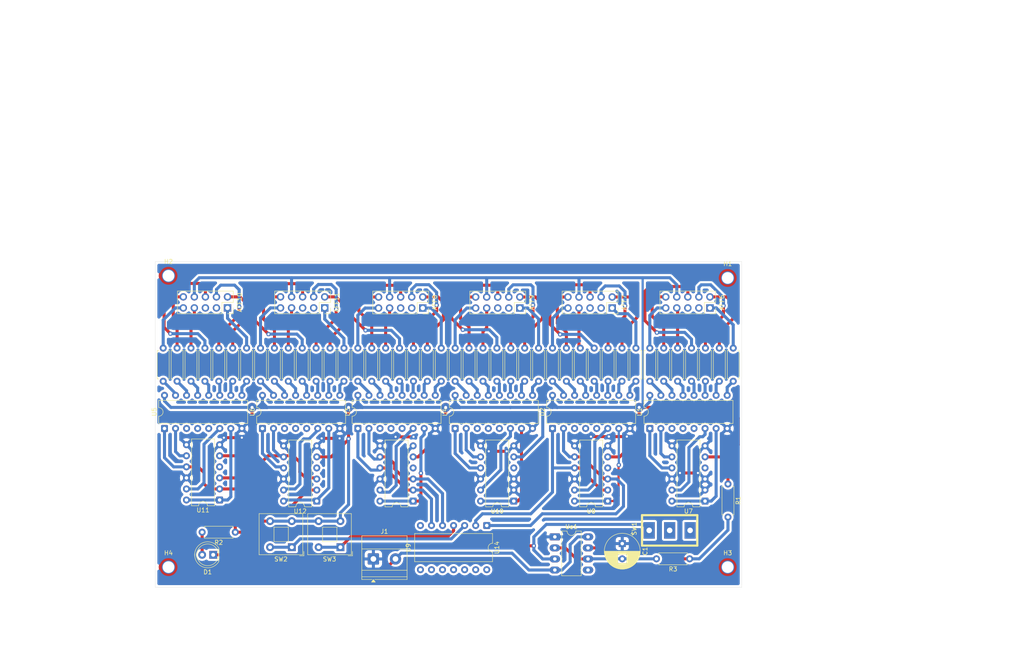
<source format=kicad_pcb>
(kicad_pcb (version 20241229) (generator "pcbnew") (generator_version "9.0")
  (layers (0 "F.Cu" signal) (2 "B.Cu" signal) (13 "F.Paste" user) (15 "B.Paste" user) (5 "F.SilkS" user "F.Silkscreen") (7 "B.SilkS" user "B.Silkscreen") (1 "F.Mask" user) (3 "B.Mask" user) (25 "Edge.Cuts" user))
  (net 0 "")
  (net 2 "GND")
  (net 3 "E6")
  (net 4 "A6")
  (net 5 "F6")
  (net 6 "D6")
  (net 7 "G6")
  (net 8 "B6")
  (net 9 "C6")
  (net 10 "F5")
  (net 11 "E5")
  (net 12 "C5")
  (net 13 "D5")
  (net 14 "B5")
  (net 15 "G5")
  (net 16 "A5")
  (net 19 "D3")
  (net 20 "E3")
  (net 21 "F3")
  (net 22 "G3")
  (net 23 "A3")
  (net 24 "C3")
  (net 25 "B3")
  (net 26 "A4")
  (net 28 "G4")
  (net 29 "D4")
  (net 30 "B4")
  (net 31 "E4")
  (net 32 "C4")
  (net 33 "F4")
  (net 34 "D1")
  (net 36 "B1")
  (net 37 "C1")
  (net 38 "A1")
  (net 39 "G1")
  (net 40 "F1")
  (net 41 "E1")
  (net 42 "F2")
  (net 43 "D2")
  (net 44 "B2")
  (net 46 "A2")
  (net 47 "G2")
  (net 48 "C2")
  (net 49 "E2")
  (net 50 "Trig")
  (net 52 "Entrada1")
  (net 53 "cp2")
  (net 56 "Net-(D1-A)")
  (net 57 "cp1")
  (net 59 "cp0")
  (net 61 "Q21")
  (net 62 "Q23")
  (net 63 "Q24")
  (net 64 "Q19")
  (net 66 "Q18")
  (net 67 "Q17")
  (net 68 "Q20")
  (net 71 "VCC")
  (net 72 "Q10")
  (net 73 "Q11")
  (net 75 "Net-(U2-a)")
  (net 76 "Q12")
  (net 77 "Net-(U2-b)")
  (net 79 "Net-(U2-c)")
  (net 81 "Net-(U2-d)")
  (net 83 "Q9")
  (net 84 "Net-(U2-e)")
  (net 85 "Q14")
  (net 88 "Net-(U2-f)")
  (net 89 "Q13")
  (net 90 "Q15")
  (net 92 "Net-(U2-g)")
  (net 93 "Net-(U4-a)")
  (net 95 "Net-(U4-b)")
  (net 97 "Net-(U4-c)")
  (net 98 "Net-(U4-d)")
  (net 100 "Net-(U4-e)")
  (net 101 "Q16")
  (net 102 "Net-(U4-f)")
  (net 103 "Net-(U4-g)")
  (net 104 "Net-(U3-a)")
  (net 105 "Net-(U3-b)")
  (net 106 "Net-(U3-c)")
  (net 107 "Net-(U3-d)")
  (net 108 "Net-(U3-e)")
  (net 109 "Net-(U3-f)")
  (net 110 "Net-(U3-g)")
  (net 111 "Net-(U6-a)")
  (net 112 "Net-(U6-b)")
  (net 113 "Net-(U6-c)")
  (net 114 "Net-(U6-d)")
  (net 115 "Net-(U6-e)")
  (net 116 "Net-(U6-f)")
  (net 117 "Net-(U6-g)")
  (net 118 "Net-(U5-a)")
  (net 119 "Net-(U5-b)")
  (net 120 "Net-(U5-c)")
  (net 121 "Net-(U5-d)")
  (net 122 "Net-(U5-e)")
  (net 123 "Net-(U5-f)")
  (net 124 "Net-(U5-g)")
  (net 125 "Net-(U1-a)")
  (net 126 "Net-(U1-b)")
  (net 127 "Net-(U1-c)")
  (net 128 "Net-(U1-d)")
  (net 129 "Net-(U1-e)")
  (net 130 "Net-(U1-f)")
  (net 131 "Net-(U1-g)")
  (net 132 "Q4")
  (net 133 "Q1")
  (net 134 "Q3")
  (net 135 "Q0")
  (net 136 "Q6")
  (net 137 "Q5")
  (net 138 "Q7")
  (net 139 "Q8")
  (net 140 "Net-(Ue1-DIS)")
  (net 143 "Q22")
  (footprint "Resistor_THT:R_Axial_DIN0207_L6.3mm_D2.5mm_P7.62mm_Horizontal" (layer "F.Cu") (at 125.118537 55.63 -90)
    (property "Reference" "R34" (hide yes))
    (property "Value" "330" (hide yes))
  )
  (footprint "Resistor_THT:R_Axial_DIN0207_L6.3mm_D2.5mm_P7.62mm_Horizontal" (layer "F.Cu") (at 86.78 55.63 -90)
    (property "Reference" "R43" (hide yes))
    (property "Value" "330" (hide yes))
  )
  (footprint "Resistor_THT:R_Axial_DIN0207_L6.3mm_D2.5mm_P7.62mm_Horizontal" (layer "F.Cu") (at 192.210976 55.63 -90)
    (property "Reference" "R13" (hide yes))
    (property "Value" "330" (hide yes))
  )
  (footprint "Button_Switch_THT:SW_Push_2P1T_Toggle_CK_PVA1xxH1xxxxxxV2" (layer "F.Cu") (at 116.34 101.4225 180)
    (property "Reference" "SW2")
    (property "Value" "SW_MEC_5G")
  )
  (footprint "Resistor_THT:R_Axial_DIN0207_L6.3mm_D2.5mm_P7.62mm_Horizontal" (layer "F.Cu") (at 153.872439 55.63 -90)
    (property "Reference" "R22" (hide yes))
    (property "Value" "330" (hide yes))
  )
  (footprint "Resistor_THT:R_Axial_DIN0207_L6.3mm_D2.5mm_P7.62mm_Horizontal" (layer "F.Cu") (at 198.600732 55.63 -90)
    (property "Reference" "R50" (hide yes))
    (property "Value" "330" (hide yes))
  )
  (footprint "Resistor_THT:R_Axial_DIN0207_L6.3mm_D2.5mm_P7.62mm_Horizontal" (layer "F.Cu") (at 128.313415 55.63 -90)
    (property "Reference" "R35" (hide yes))
    (property "Value" "330" (hide yes))
  )
  (footprint "Resistor_THT:R_Axial_DIN0207_L6.3mm_D2.5mm_P7.62mm_Horizontal" (layer "F.Cu") (at 182.626341 55.63 -90)
    (property "Reference" "R10" (hide yes))
    (property "Value" "330" (hide yes))
  )
  (footprint "Resistor_THT:R_Axial_DIN0207_L6.3mm_D2.5mm_P7.62mm_Horizontal" (layer "F.Cu") (at 134.703171 55.63 -90)
    (property "Reference" "R30" (hide yes))
    (property "Value" "330" (hide yes))
  )
  (footprint "Connector_PinSocket_2.54mm:PinSocket_2x05_P2.54mm_Vertical" (layer "F.Cu") (at 189.95 46.42 -90)
    (property "Reference" "AFF7")
    (property "Value" "LTS-6960HR")
  )
  (footprint "Package_DIP:DIP-16_W7.62mm" (layer "F.Cu") (at 109.59 74.115 90)
    (property "Reference" "U6")
    (property "Value" "74LS47")
  )
  (footprint "Package_DIP:DIP-12_W7.62mm" (layer "F.Cu") (at 211.295732 90.81 180)
    (property "Reference" "U7")
    (property "Value" "74LS90")
  )
  (footprint "Resistor_THT:R_Axial_DIN0207_L6.3mm_D2.5mm_P7.62mm_Horizontal" (layer "F.Cu") (at 144.287805 55.63 -90)
    (property "Reference" "R26" (hide yes))
    (property "Value" "330" (hide yes))
  )
  (footprint "Resistor_THT:R_Axial_DIN0207_L6.3mm_D2.5mm_P7.62mm_Horizontal" (layer "F.Cu") (at 216.56 86.88 -90)
    (property "Reference" "R1")
    (property "Value" "4.7K")
  )
  (footprint "MountingHole:MountingHole_2.7mm_M2.5_ISO14580_Pad_TopOnly" (layer "F.Cu") (at 216.5 106)
    (property "Reference" "H3")
    (property "Value" "Mounting_Hole")
  )
  (footprint "Resistor_THT:R_Axial_DIN0207_L6.3mm_D2.5mm_P7.62mm_Horizontal" (layer "F.Cu") (at 207.75 104.09 180)
    (property "Reference" "R3")
    (property "Value" "3.9k")
  )
  (footprint "Resistor_THT:R_Axial_DIN0207_L6.3mm_D2.5mm_P7.62mm_Horizontal" (layer "F.Cu") (at 163.457073 55.63 -90)
    (property "Reference" "R18" (hide yes))
    (property "Value" "330" (hide yes))
  )
  (footprint "Button_Switch_THT:SW_Push_2P1T_Toggle_CK_PVA1xxH1xxxxxxV2" (layer "F.Cu") (at 127.5 101.4225 180)
    (property "Reference" "SW3")
    (property "Value" "SW_MEC_5G")
  )
  (footprint "Resistor_THT:R_Axial_DIN0207_L6.3mm_D2.5mm_P7.62mm_Horizontal" (layer "F.Cu") (at 204.990488 55.63 -90)
    (property "Reference" "R45" (hide yes))
    (property "Value" "330" (hide yes))
  )
  (footprint "Resistor_THT:R_Axial_DIN0207_L6.3mm_D2.5mm_P7.62mm_Horizontal" (layer "F.Cu") (at 109.144146 55.63 -90)
    (property "Reference" "R36" (hide yes))
    (property "Value" "330" (hide yes))
  )
  (footprint "Resistor_THT:R_Axial_DIN0207_L6.3mm_D2.5mm_P7.62mm_Horizontal" (layer "F.Cu") (at 96.364634 55.63 -90)
    (property "Reference" "R39" (hide yes))
    (property "Value" "330" (hide yes))
  )
  (footprint "Package_DIP:DIP-12_W7.62mm" (layer "F.Cu") (at 122.07 90.81 180)
    (property "Reference" "U12")
    (property "Value" "74LS90")
  )
  (footprint "MountingHole:MountingHole_2.7mm_M2.5_ISO14580_Pad_TopOnly" (layer "F.Cu") (at 88 39)
    (property "Reference" "H2")
    (property "Value" "Mounting_Hole")
  )
  (footprint "Resistor_THT:R_Axial_DIN0207_L6.3mm_D2.5mm_P7.62mm_Horizontal" (layer "F.Cu") (at 157.067317 55.63 -90)
    (property "Reference" "R23" (hide yes))
    (property "Value" "330" (hide yes))
  )
  (footprint "Resistor_THT:R_Axial_DIN0207_L6.3mm_D2.5mm_P7.62mm_Horizontal" (layer "F.Cu") (at 141.092927 55.63 -90)
    (property "Reference" "R25" (hide yes))
    (property "Value" "330" (hide yes))
  )
  (footprint "Connector_PinSocket_2.54mm:PinSocket_2x05_P2.54mm_Vertical" (layer "F.Cu") (at 146.43 46.42 -90)
    (property "Reference" "AFF8")
    (property "Value" "LTS-6960HR")
  )
  (footprint "Resistor_THT:R_Axial_DIN0207_L6.3mm_D2.5mm_P7.62mm_Horizontal" (layer "F.Cu") (at 169.846829 55.63 -90)
    (property "Reference" "R20" (hide yes))
    (property "Value" "330" (hide yes))
  )
  (footprint "Resistor_THT:R_Axial_DIN0207_L6.3mm_D2.5mm_P7.62mm_Horizontal" (layer "F.Cu") (at 179.431463 55.63 -90)
    (property "Reference" "R16" (hide yes))
    (property "Value" "330" (hide yes))
  )
  (footprint "LED_THT:LED_D5.0mm" (layer "F.Cu") (at 98.27 103.17 180)
    (property "Reference" "D1")
    (property "Value" "LED")
  )
  (footprint "Resistor_THT:R_Axial_DIN0207_L6.3mm_D2.5mm_P7.62mm_Horizontal" (layer "F.Cu") (at 103.35 97.97 180)
    (property "Reference" "R2")
    (property "Value" "330")
  )
  (footprint "Resistor_THT:R_Axial_DIN0207_L6.3mm_D2.5mm_P7.62mm_Horizontal" (layer "F.Cu") (at 112.339024 55.63 -90)
    (property "Reference" "R37" (hide yes))
    (property "Value" "330" (hide yes))
  )
  (footprint "Resistor_THT:R_Axial_DIN0207_L6.3mm_D2.5mm_P7.62mm_Horizontal" (layer "F.Cu") (at 118.72878 55.63 -90)
    (property "Reference" "R32" (hide yes))
    (property "Value" "330" (hide yes))
  )
  (footprint "Resistor_THT:R_Axial_DIN0207_L6.3mm_D2.5mm_P7.62mm_Horizontal" (layer "F.Cu") (at 214.575122 55.63 -90)
    (property "Reference" "R48" (hide yes))
    (property "Value" "330" (hide yes))
  )
  (footprint "Connector_PinSocket_2.54mm:PinSocket_2x05_P2.54mm_Vertical" (layer "F.Cu") (at 212.42 46.4 -90)
    (property "Reference" "AFF6")
    (property "Value" "LTS-6960HR")
  )
  (footprint "Package_DIP:DIP-12_W7.62mm" (layer "F.Cu") (at 144.215 90.81 180)
    (property "Reference" "U9")
    (property "Value" "74LS90")
  )
  (footprint "Package_DIP:DIP-8_W7.62mm_LongPads" (layer "F.Cu") (at 176.78 99.04)
    (property "Reference" "Ue1")
    (property "Value" "LM555xM")
  )
  (footprint "Connector_PinSocket_2.54mm:PinSocket_2x05_P2.54mm_Vertical" (layer "F.Cu") (at 168.74 46.42 -90)
    (property "Reference" "AFF9")
    (property "Value" "LTS-6960HR")
  )
  (footprint "Resistor_THT:R_Axial_DIN0207_L6.3mm_D2.5mm_P7.62mm_Horizontal" (layer "F.Cu") (at 166.651951 55.63 -90)
    (property "Reference" "R19" (hide yes))
    (property "Value" "330" (hide yes))
  )
  (footprint "Resistor_THT:R_Axial_DIN0207_L6.3mm_D2.5mm_P7.62mm_Horizontal" (layer "F.Cu") (at 211.380244 55.63 -90)
    (property "Reference" "R47" (hide yes))
    (property "Value" "330" (hide yes))
  )
  (footprint "Resistor_THT:R_Axial_DIN0207_L6.3mm_D2.5mm_P7.62mm_Horizontal" (layer "F.Cu") (at 189.016098 55.63 -90)
    (property "Reference" "R12" (hide yes))
    (property "Value" "330" (hide yes))
  )
  (footprint "Resistor_THT:R_Axial_DIN0207_L6.3mm_D2.5mm_P7.62mm_Horizontal" (layer "F.Cu") (at 89.974878 55.63 -90)
    (property "Reference" "R44" (hide yes))
    (property "Value" "330" (hide yes))
  )
  (footprint "Resistor_THT:R_Axial_DIN0207_L6.3mm_D2.5mm_P7.62mm_Horizontal" (layer "F.Cu") (at 137.898049 55.63 -90)
    (property "Reference" "R24" (hide yes))
    (property "Value" "330" (hide yes))
  )
  (footprint "Resistor_THT:R_Axial_DIN0207_L6.3mm_D2.5mm_P7.62mm_Horizontal" (layer "F.Cu") (at 173.041707 55.63 -90)
    (property "Reference" "R21" (hide yes))
    (property "Value" "330" (hide yes))
  )
  (footprint "Resistor_THT:R_Axial_DIN0207_L6.3mm_D2.5mm_P7.62mm_Horizontal" (layer "F.Cu") (at 99.559512 55.63 -90)
    (property "Reference" "R40" (hide yes))
    (property "Value" "330" (hide yes))
  )
  (footprint "Package_DIP:DIP-12_W7.62mm" (layer "F.Cu") (at 167.34 90.81 180)
    (property "Reference" "U10")
    (property "Value" "74LS90")
  )
  (footprint "Resistor_THT:R_Axial_DIN0207_L6.3mm_D2.5mm_P7.62mm_Horizontal" (layer "F.Cu") (at 201.79561 55.63 -90)
    (property "Reference" "R51" (hide yes))
    (property "Value" "330" (hide yes))
  )
  (footprint "Package_DIP:DIP-16_W7.62mm" (layer "F.Cu") (at 176.236585 74.115 90)
    (property "Reference" "U2")
    (property "Value" "74LS47")
  )
  (footprint "Package_DIP:DIP-16_W7.62mm" (layer "F.Cu") (at 153.872439 74.115 90)
    (property "Reference" "U4")
    (property "Value" "74LS47")
  )
  (footprint "MountingHole:MountingHole_2.7mm_M2.5_ISO14580_Pad_TopOnly" (layer "F.Cu") (at 216.5 39.5)
    (property "Reference" "H1")
    (property "Value" "Mounting_Hole")
  )
  (footprint "Resistor_THT:R_Axial_DIN0207_L6.3mm_D2.5mm_P7.62mm_Horizontal" (layer "F.Cu") (at 150.677561 55.63 -90)
    (property "Reference" "R28" (hide yes))
    (property "Value" "330" (hide yes))
  )
  (footprint "EESTN5:SW_SPDT_TH_Vertical" (layer "F.Cu") (at 203.16 97.55 90)
    (property "Reference" "SW1")
    (property "Value" "SW_DPDT_x2" (hide yes))
  )
  (footprint "Resistor_THT:R_Axial_DIN0207_L6.3mm_D2.5mm_P7.62mm_Horizontal" (layer "F.Cu") (at 115.533902 55.63 -90)
    (property "Reference" "R31" (hide yes))
    (property "Value" "330" (hide yes))
  )
  (footprint "Resistor_THT:R_Axial_DIN0207_L6.3mm_D2.5mm_P7.62mm_Horizontal" (layer "F.Cu") (at 195.405854 55.63 -90)
    (property "Reference" "R14" (hide yes))
    (property "Value" "330" (hide yes))
  )
  (footprint "Package_DIP:DIP-16_W7.62mm" (layer "F.Cu") (at 131.52 74.11 90)
    (property "Reference" "U3")
    (property "Value" "74LS47")
  )
  (footprint "Package_DIP:DIP-12_W7.62mm" (layer "F.Cu") (at 188.931585 90.81 180)
    (property "Reference" "U8")
    (property "Value" "74LS90")
  )
  (footprint "Resistor_THT:R_Axial_DIN0207_L6.3mm_D2.5mm_P7.62mm_Horizontal" (layer "F.Cu") (at 185.82122 55.63 -90)
    (property "Reference" "R11" (hide yes))
    (property "Value" "330" (hide yes))
  )
  (footprint "Resistor_THT:R_Axial_DIN0207_L6.3mm_D2.5mm_P7.62mm_Horizontal" (layer "F.Cu") (at 105.949268 55.63 -90)
    (property "Reference" "R42" (hide yes))
    (property "Value" "330" (hide yes))
  )
  (footprint "Resistor_THT:R_Axial_DIN0207_L6.3mm_D2.5mm_P7.62mm_Horizontal" (layer "F.Cu") (at 93.169756 55.63 -90)
    (property "Reference" "R38" (hide yes))
    (property "Value" "330" (hide yes))
  )
  (footprint "Package_DIP:DIP-12_W7.62mm" (layer "F.Cu") (at 99.745 90.56 180)
    (property "Reference" "U11")
    (property "Value" "74LS90")
  )
  (footprint "Resistor_THT:R_Axial_DIN0207_L6.3mm_D2.5mm_P7.62mm_Horizontal" (layer "F.Cu") (at 147.482683 55.63 -90)
    (property "Reference" "R27" (hide yes))
    (property "Value" "330" (hide yes))
  )
  (footprint "Resistor_THT:R_Axial_DIN0207_L6.3mm_D2.5mm_P7.62mm_Horizontal" (layer "F.Cu") (at 208.185366 55.63 -90)
    (property "Reference" "R46" (hide yes))
    (property "Value" "330" (hide yes))
  )
  (footprint "Resistor_THT:R_Axial_DIN0207_L6.3mm_D2.5mm_P7.62mm_Horizontal" (layer "F.Cu") (at 131.508293 55.63 -90)
    (property "Reference" "R29" (hide yes))
    (property "Value" "330" (hide yes))
  )
  (footprint "Connector_PinSocket_2.54mm:PinSocket_2x05_P2.54mm_Vertical" (layer "F.Cu") (at 101.56 46.39 -90)
    (property "Reference" "AFF10")
    (property "Value" "LTS-6960HR")
  )
  (footprint "Package_DIP:DIP-16_W7.62mm" (layer "F.Cu") (at 87.08 74.115 90)
    (property "Reference" "U5")
    (property "Value" "74LS47")
  )
  (footprint "Resistor_THT:R_Axial_DIN0207_L6.3mm_D2.5mm_P7.62mm_Horizontal" (layer "F.Cu") (at 121.923659 55.63 -90)
    (property "Reference" "R33" (hide yes))
    (property "Value" "330" (hide yes))
  )
  (footprint "Package_DIP:DIP-16_W7.62mm" (layer "F.Cu") (at 198.600732 74.115 90)
    (property "Reference" "U1")
    (property "Value" "74LS47")
  )
  (footprint "MountingHole:MountingHole_2.7mm_M2.5_ISO14580_Pad_TopOnly" (layer "F.Cu") (at 88 106)
    (property "Reference" "H4")
    (property "Value" "Mounting_Hole")
  )
  (footprint "Capacitor_THT:CP_Radial_D8.0mm_P3.50mm" (layer "F.Cu") (at 192.27 100.59 -90)
    (property "Reference" "C1")
    (property "Value" "C")
  )
  (footprint "Resistor_THT:R_Axial_DIN0207_L6.3mm_D2.5mm_P7.62mm_Horizontal" (layer "F.Cu") (at 217.77 55.63 -90)
    (property "Reference" "R49" (hide yes))
    (property "Value" "330" (hide yes))
  )
  (footprint "Resistor_THT:R_Axial_DIN0207_L6.3mm_D2.5mm_P7.62mm_Horizontal" (layer "F.Cu") (at 160.262195 55.63 -90)
    (property "Reference" "R17" (hide yes))
    (property "Value" "330" (hide yes))
  )
  (footprint "Resistor_THT:R_Axial_DIN0207_L6.3mm_D2.5mm_P7.62mm_Horizontal" (layer "F.Cu") (at 102.75439 55.63 -90)
    (property "Reference" "R41" (hide yes))
    (property "Value" "330" (hide yes))
  )
  (footprint "Package_DIP:DIP-14_W10.16mm" (layer "F.Cu") (at 161.13 96.43 -90)
    (property "Reference" "U14")
    (property "Value" "4081")
  )
  (footprint "Connector_PinSocket_2.54mm:PinSocket_2x05_P2.54mm_Vertical" (layer "F.Cu") (at 123.9 46.39 -90)
    (property "Reference" "AFF11")
    (property "Value" "LTS-6960HR")
  )
  (footprint "Resistor_THT:R_Axial_DIN0207_L6.3mm_D2.5mm_P7.62mm_Horizontal" (layer "F.Cu") (at 176.236585 55.63 -90)
    (property "Reference" "R15" (hide yes))
    (property "Value" "330" (hide yes))
  )
  (footprint "TerminalBlock_Phoenix:TerminalBlock_Phoenix_MKDS-1,5-2-5.08_1x02_P5.08mm_Horizontal" (layer "F.Cu") (at 135.08 104.12)
    (property "Reference" "J1")
    (property "Value" "Screw_Terminal_01x02")
  )
  (gr_rect (start 84.94 35.74) (end 219.76 110.64) (stroke (width 0.05)) (fill no) (layer "Edge.Cuts"))
  (segment (start 201.4 83.19) (end 198.600732 80.390732) (width 0.7) (layer "B.Cu") (net 0))
  (segment (start 198.600732 80.390732) (end 198.600732 74.115) (width 0.7) (layer "B.Cu") (net 0))
  (segment (start 203.675732 83.19) (end 201.4 83.19) (width 0.7) (layer "B.Cu") (net 0))
  (segment (start 144.31 76.04) (end 140.18 76.04) (width 0.7) (layer "F.Cu") (net 2))
  (segment (start 193.32 75.98) (end 189.19 75.98) (width 0.7) (layer "F.Cu") (net 2))
  (segment (start 165.72 79.37) (end 161.59 79.37) (width 0.7) (layer "F.Cu") (net 2))
  (segment (start 189.2 75.99) (end 185.07 75.99) (width 0.7) (layer "F.Cu") (net 2))
  (segment (start 209.66 84.35) (end 205.53 84.35) (width 0.7) (layer "F.Cu") (net 2))
  (segment (start 104.85 76.23) (end 100.72 76.23) (width 0.7) (layer "F.Cu") (net 2))
  (segment (start 127.32 76.39) (end 123.19 76.39) (width 0.7) (layer "F.Cu") (net 2))
  (via (at 104.85 76.23) (size 1) (drill 0.5) (layers "F.Cu" "B.Cu") (net 2))
  (via (at 193.32 75.98) (size 1) (drill 0.5) (layers "F.Cu" "B.Cu") (net 2))
  (via (at 123.19 76.39) (size 1) (drill 0.5) (layers "F.Cu" "B.Cu") (net 2))
  (via (at 127.32 76.39) (size 1) (drill 0.5) (layers "F.Cu" "B.Cu") (net 2))
  (via (at 185.07 75.99) (size 1) (drill 0.5) (layers "F.Cu" "B.Cu") (net 2))
  (via (at 205.53 84.35) (size 1) (drill 0.5) (layers "F.Cu" "B.Cu") (net 2))
  (via (at 161.59 79.37) (size 1) (drill 0.5) (layers "F.Cu" "B.Cu") (net 2))
  (via (at 140.18 76.04) (size 1) (drill 0.5) (layers "F.Cu" "B.Cu") (net 2))
  (via (at 189.19 75.98) (size 1) (drill 0.5) (layers "F.Cu" "B.Cu") (net 2))
  (via (at 189.2 75.99) (size 1) (drill 0.5) (layers "F.Cu" "B.Cu") (net 2))
  (via (at 165.72 79.37) (size 1) (drill 0.5) (layers "F.Cu" "B.Cu") (net 2))
  (via (at 100.72 76.23) (size 1) (drill 0.5) (layers "F.Cu" "B.Cu") (net 2))
  (via (at 209.66 84.35) (size 1) (drill 0.5) (layers "F.Cu" "B.Cu") (net 2))
  (via (at 144.31 76.04) (size 1) (drill 0.5) (layers "F.Cu" "B.Cu") (net 2))
  (segment (start 165.73 79.36) (end 165.72 79.37) (width 0.7) (layer "B.Cu") (net 2))
  (segment (start 127.33 76.38) (end 127.32 76.39) (width 0.7) (layer "B.Cu") (net 2))
  (segment (start 144.32 76.03) (end 144.31 76.04) (width 0.7) (layer "B.Cu") (net 2))
  (segment (start 209.67 84.34) (end 209.66 84.35) (width 0.7) (layer "B.Cu") (net 2))
  (segment (start 189.21 75.98) (end 189.2 75.99) (width 0.7) (layer "B.Cu") (net 2))
  (segment (start 193.33 75.97) (end 193.32 75.98) (width 0.7) (layer "B.Cu") (net 2))
  (segment (start 104.86 76.22) (end 104.85 76.23) (width 0.7) (layer "B.Cu") (net 2))
  (segment (start 213.89 46.4) (end 212.42 46.4) (width 0.7) (layer "B.Cu") (net 3))
  (segment (start 217.77 50.28) (end 213.89 46.4) (width 0.7) (layer "B.Cu") (net 3))
  (segment (start 217.77 55.63) (end 217.77 50.28) (width 0.7) (layer "B.Cu") (net 3))
  (segment (start 204.990488 55.63) (end 204.990488 46.590488) (width 0.7) (layer "F.Cu") (net 4))
  (segment (start 204.990488 46.590488) (end 204.8 46.4) (width 0.7) (layer "F.Cu") (net 4))
  (segment (start 200.31 46.4) (end 198.600732 48.109268) (width 0.7) (layer "B.Cu") (net 5))
  (segment (start 202.26 46.4) (end 200.31 46.4) (width 0.7) (layer "B.Cu") (net 5))
  (segment (start 198.600732 48.109268) (end 198.600732 55.63) (width 0.7) (layer "B.Cu") (net 5))
  (segment (start 217.67 48.93) (end 217.67 45.28) (width 0.7) (layer "F.Cu") (net 6))
  (segment (start 216.25 43.86) (end 212.42 43.86) (width 0.7) (layer "F.Cu") (net 6))
  (segment (start 214.575122 55.63) (end 214.575122 52.024878) (width 0.7) (layer "F.Cu") (net 6))
  (segment (start 217.67 45.28) (end 216.25 43.86) (width 0.7) (layer "F.Cu") (net 6))
  (segment (start 214.575122 52.024878) (end 217.67 48.93) (width 0.7) (layer "F.Cu") (net 6))
  (segment (start 201.79561 55.63) (end 201.79561 50.97561) (width 0.7) (layer "F.Cu") (net 7))
  (segment (start 200.07 43.85) (end 202.25 43.85) (width 0.7) (layer "F.Cu") (net 7))
  (segment (start 199.14 48.32) (end 199.14 44.78) (width 0.7) (layer "F.Cu") (net 7))
  (segment (start 201.79561 50.97561) (end 199.14 48.32) (width 0.7) (layer "F.Cu") (net 7))
  (segment (start 199.14 44.78) (end 200.07 43.85) (width 0.7) (layer "F.Cu") (net 7))
  (segment (start 202.25 43.85) (end 202.26 43.86) (width 0.7) (layer "F.Cu") (net 7))
  (segment (start 197.48 42.55) (end 198.56 41.47) (width 0.7) (layer "F.Cu") (net 8))
  (segment (start 198.56 41.47) (end 206.38 41.47) (width 0.7) (layer "F.Cu") (net 8))
  (segment (start 206.38 41.47) (end 207.34 42.43) (width 0.7) (layer "F.Cu") (net 8))
  (segment (start 197.48 49.31) (end 197.48 42.55) (width 0.7) (layer "F.Cu") (net 8))
  (segment (start 207.34 42.43) (end 207.34 43.86) (width 0.7) (layer "F.Cu") (net 8))
  (segment (start 200.23 52.06) (end 197.48 49.31) (width 0.7) (layer "F.Cu") (net 8))
  (via (at 200.23 52.06) (size 1) (drill 0.5) (layers "F.Cu" "B.Cu") (net 8))
  (segment (start 200.27 52.02) (end 200.23 52.06) (width 0.7) (layer "B.Cu") (net 8))
  (segment (start 208.185366 53.585366) (end 206.62 52.02) (width 0.7) (layer "B.Cu") (net 8))
  (segment (start 208.185366 55.63) (end 208.185366 53.585366) (width 0.7) (layer "B.Cu") (net 8))
  (segment (start 206.62 52.02) (end 200.27 52.02) (width 0.7) (layer "B.Cu") (net 8))
  (segment (start 211.380244 55.63) (end 211.380244 52.269756) (width 0.7) (layer "F.Cu") (net 9))
  (segment (start 213.24 50.41) (end 215.53 48.12) (width 0.7) (layer "F.Cu") (net 9))
  (segment (start 215.53 48.12) (end 215.53 45.88) (width 0.7) (layer "F.Cu") (net 9))
  (segment (start 211.380244 52.269756) (end 213.24 50.41) (width 0.7) (layer "F.Cu") (net 9))
  (via (at 215.53 45.88) (size 1) (drill 0.5) (layers "F.Cu" "B.Cu") (net 9))
  (segment (start 209.88 41.63) (end 209.88 43.86) (width 0.7) (layer "B.Cu") (net 9))
  (segment (start 212.58 41.08) (end 210.43 41.08) (width 0.7) (layer "B.Cu") (net 9))
  (segment (start 210.43 41.08) (end 209.88 41.63) (width 0.7) (layer "B.Cu") (net 9))
  (segment (start 215.53 44.03) (end 212.58 41.08) (width 0.7) (layer "B.Cu") (net 9))
  (segment (start 215.53 45.88) (end 215.53 44.03) (width 0.7) (layer "B.Cu") (net 9))
  (segment (start 178.58 46.42) (end 176.236585 48.763415) (width 0.7) (layer "B.Cu") (net 10))
  (segment (start 179.79 46.42) (end 178.58 46.42) (width 0.7) (layer "B.Cu") (net 10))
  (segment (start 176.236585 55.63) (end 176.236585 48.763415) (width 0.7) (layer "B.Cu") (net 10))
  (segment (start 195.405854 49.585854) (end 193.54 47.72) (width 0.7) (layer "B.Cu") (net 11))
  (segment (start 191.25 47.72) (end 189.95 46.42) (width 0.7) (layer "B.Cu") (net 11))
  (segment (start 195.405854 55.63) (end 195.405854 49.585854) (width 0.7) (layer "B.Cu") (net 11))
  (segment (start 193.54 47.72) (end 191.25 47.72) (width 0.7) (layer "B.Cu") (net 11))
  (segment (start 192.89 45.92) (end 192.9 45.91) (width 0.7) (layer "F.Cu") (net 12))
  (segment (start 189.016098 52.143902) (end 192.89 48.27) (width 0.7) (layer "F.Cu") (net 12))
  (segment (start 189.016098 55.63) (end 189.016098 52.143902) (width 0.7) (layer "F.Cu") (net 12))
  (segment (start 192.89 48.27) (end 192.89 45.92) (width 0.7) (layer "F.Cu") (net 12))
  (via (at 192.9 45.91) (size 1) (drill 0.5) (layers "F.Cu" "B.Cu") (net 12))
  (segment (start 187.41 42.28) (end 187.41 43.88) (width 0.7) (layer "B.Cu") (net 12))
  (segment (start 191.58 41.34) (end 188.35 41.34) (width 0.7) (layer "B.Cu") (net 12))
  (segment (start 192.91 45.9) (end 192.91 42.67) (width 0.7) (layer "B.Cu") (net 12))
  (segment (start 188.35 41.34) (end 187.41 42.28) (width 0.7) (layer "B.Cu") (net 12))
  (segment (start 192.9 45.91) (end 192.91 45.9) (width 0.7) (layer "B.Cu") (net 12))
  (segment (start 192.91 42.67) (end 191.58 41.34) (width 0.7) (layer "B.Cu") (net 12))
  (segment (start 192.210976 55.63) (end 192.210976 52.049024) (width 0.7) (layer "F.Cu") (net 13))
  (segment (start 194.08 43.88) (end 189.95 43.88) (width 0.7) (layer "F.Cu") (net 13))
  (segment (start 192.210976 52.049024) (end 195.64 48.62) (width 0.7) (layer "F.Cu") (net 13))
  (segment (start 195.64 45.44) (end 194.08 43.88) (width 0.7) (layer "F.Cu") (net 13))
  (segment (start 195.64 48.62) (end 195.64 45.44) (width 0.7) (layer "F.Cu") (net 13))
  (segment (start 175.63 42.27) (end 176.82 41.08) (width 0.7) (layer "F.Cu") (net 14))
  (segment (start 184.87 41.74) (end 184.87 43.88) (width 0.7) (layer "F.Cu") (net 14))
  (segment (start 176.82 41.08) (end 184.21 41.08) (width 0.7) (layer "F.Cu") (net 14))
  (segment (start 184.21 41.08) (end 184.87 41.74) (width 0.7) (layer "F.Cu") (net 14))
  (segment (start 178.000405 52.479595) (end 175.63 50.10919) (width 0.7) (layer "F.Cu") (net 14))
  (segment (start 175.63 50.10919) (end 175.63 42.27) (width 0.7) (layer "F.Cu") (net 14))
  (via (at 178.000405 52.479595) (size 1) (drill 0.5) (layers "F.Cu" "B.Cu") (net 14))
  (segment (start 182.670815 52.479595) (end 178.000405 52.479595) (width 0.7) (layer "B.Cu") (net 14))
  (segment (start 185.82122 55.63) (end 182.670815 52.479595) (width 0.7) (layer "B.Cu") (net 14))
  (segment (start 179.79 43.88) (end 178.51 43.88) (width 0.7) (layer "F.Cu") (net 15))
  (segment (start 177.35 49.92) (end 179.431463 52.001463) (width 0.7) (layer "F.Cu") (net 15))
  (segment (start 178.51 43.88) (end 177.35 45.04) (width 0.7) (layer "F.Cu") (net 15))
  (segment (start 179.431463 52.001463) (end 179.431463 55.63) (width 0.7) (layer "F.Cu") (net 15))
  (segment (start 177.35 45.04) (end 177.35 49.92) (width 0.7) (layer "F.Cu") (net 15))
  (segment (start 182.32 46.43) (end 182.33 46.42) (width 0.7) (layer "F.Cu") (net 16))
  (segment (start 182.626341 55.63) (end 182.32 55.323659) (width 0.7) (layer "F.Cu") (net 16))
  (segment (start 182.32 55.323659) (end 182.32 46.43) (width 0.7) (layer "F.Cu") (net 16))
  (segment (start 149.94 43.88) (end 151.17 45.11) (width 0.7) (layer "F.Cu") (net 19))
  (segment (start 146.43 43.88) (end 149.94 43.88) (width 0.7) (layer "F.Cu") (net 19))
  (segment (start 147.482683 52.817317) (end 147.482683 55.63) (width 0.7) (layer "F.Cu") (net 19))
  (segment (start 151.17 49.13) (end 147.482683 52.817317) (width 0.7) (layer "F.Cu") (net 19))
  (segment (start 151.17 45.11) (end 151.17 49.13) (width 0.7) (layer "F.Cu") (net 19))
  (segment (start 150.677561 55.63) (end 150.677561 48.757561) (width 0.7) (layer "B.Cu") (net 20))
  (segment (start 150.677561 48.757561) (end 148.34 46.42) (width 0.7) (layer "B.Cu") (net 20))
  (segment (start 148.34 46.42) (end 146.43 46.42) (width 0.7) (layer "B.Cu") (net 20))
  (segment (start 131.508293 55.63) (end 131.508293 48.081707) (width 0.7) (layer "B.Cu") (net 21))
  (segment (start 133.17 46.42) (end 136.27 46.42) (width 0.7) (layer "B.Cu") (net 21))
  (segment (start 131.508293 48.081707) (end 133.17 46.42) (width 0.7) (layer "B.Cu") (net 21))
  (segment (start 131.75 47.14) (end 131.75 45.07) (width 0.7) (layer "F.Cu") (net 22))
  (segment (start 131.75 45.07) (end 132.94 43.88) (width 0.7) (layer "F.Cu") (net 22))
  (segment (start 132.94 43.88) (end 136.27 43.88) (width 0.7) (layer "F.Cu") (net 22))
  (segment (start 134.703171 50.093171) (end 131.75 47.14) (width 0.7) (layer "F.Cu") (net 22))
  (segment (start 134.703171 55.63) (end 134.703171 50.093171) (width 0.7) (layer "F.Cu") (net 22))
  (segment (start 138.81 49.41) (end 137.898049 50.321951) (width 0.7) (layer "F.Cu") (net 23))
  (segment (start 138.81 46.42) (end 138.81 49.41) (width 0.7) (layer "F.Cu") (net 23))
  (segment (start 137.898049 50.321951) (end 137.898049 55.63) (width 0.7) (layer "F.Cu") (net 23))
  (segment (start 144.287805 52.442195) (end 146.58 50.15) (width 0.7) (layer "F.Cu") (net 24))
  (segment (start 144.287805 55.63) (end 144.287805 52.442195) (width 0.7) (layer "F.Cu") (net 24))
  (segment (start 146.58 50.15) (end 149.61 47.12) (width 0.7) (layer "F.Cu") (net 24))
  (segment (start 149.61 47.12) (end 149.61 45.75) (width 0.7) (layer "F.Cu") (net 24))
  (via (at 149.61 45.75) (size 1) (drill 0.5) (layers "F.Cu" "B.Cu") (net 24))
  (segment (start 143.89 42.1) (end 143.89 43.88) (width 0.7) (layer "B.Cu") (net 24))
  (segment (start 149.61 45.75) (end 149.61 42.82) (width 0.7) (layer "B.Cu") (net 24))
  (segment (start 144.94 41.05) (end 143.89 42.1) (width 0.7) (layer "B.Cu") (net 24))
  (segment (start 149.61 42.82) (end 147.84 41.05) (width 0.7) (layer "B.Cu") (net 24))
  (segment (start 147.84 41.05) (end 144.94 41.05) (width 0.7) (layer "B.Cu") (net 24))
  (segment (start 141.35 42.36) (end 141.35 43.88) (width 0.7) (layer "F.Cu") (net 25))
  (segment (start 133.28 51.54) (end 130.03 48.29) (width 0.7) (layer "F.Cu") (net 25))
  (segment (start 130.03 48.29) (end 130.03 43.74) (width 0.7) (layer "F.Cu") (net 25))
  (segment (start 130.03 43.74) (end 132.58 41.19) (width 0.7) (layer "F.Cu") (net 25))
  (segment (start 140.18 41.19) (end 141.35 42.36) (width 0.7) (layer "F.Cu") (net 25))
  (segment (start 132.58 41.19) (end 140.18 41.19) (width 0.7) (layer "F.Cu") (net 25))
  (via (at 133.28 51.54) (size 1) (drill 0.5) (layers "F.Cu" "B.Cu") (net 25))
  (segment (start 139.19 51.54) (end 133.28 51.54) (width 0.7) (layer "B.Cu") (net 25))
  (segment (start 141.092927 55.63) (end 141.092927 53.442927) (width 0.7) (layer "B.Cu") (net 25))
  (segment (start 140.53 52.88) (end 139.19 51.54) (width 0.7) (layer "B.Cu") (net 25))
  (segment (start 141.092927 53.442927) (end 140.53 52.88) (width 0.7) (layer "B.Cu") (net 25))
  (segment (start 161.12 50.98) (end 161.12 46.42) (width 0.7) (layer "F.Cu") (net 26))
  (segment (start 160.262195 55.63) (end 160.262195 51.837805) (width 0.7) (layer "F.Cu") (net 26))
  (segment (start 160.262195 51.837805) (end 161.12 50.98) (width 0.7) (layer "F.Cu") (net 26))
  (segment (start 157.067317 50.807317) (end 155.12 48.86) (width 0.7) (layer "F.Cu") (net 28))
  (segment (start 155.63 43.88) (end 158.58 43.88) (width 0.7) (layer "F.Cu") (net 28))
  (segment (start 155.12 44.39) (end 155.63 43.88) (width 0.7) (layer "F.Cu") (net 28))
  (segment (start 155.12 48.86) (end 155.12 44.39) (width 0.7) (layer "F.Cu") (net 28))
  (segment (start 157.067317 55.63) (end 157.067317 50.807317) (width 0.7) (layer "F.Cu") (net 28))
  (segment (start 172.32 43.88) (end 168.74 43.88) (width 0.7) (layer "F.Cu") (net 29))
  (segment (start 173.92 45.48) (end 172.32 43.88) (width 0.7) (layer "F.Cu") (net 29))
  (segment (start 169.846829 52.903171) (end 173.92 48.83) (width 0.7) (layer "F.Cu") (net 29))
  (segment (start 173.92 48.83) (end 173.92 45.48) (width 0.7) (layer "F.Cu") (net 29))
  (segment (start 169.846829 55.63) (end 169.846829 52.903171) (width 0.7) (layer "F.Cu") (net 29))
  (segment (start 162.6 41.17) (end 163.66 42.23) (width 0.7) (layer "F.Cu") (net 30))
  (segment (start 154.99 41.17) (end 162.6 41.17) (width 0.7) (layer "F.Cu") (net 30))
  (segment (start 153.07 43.09) (end 154.99 41.17) (width 0.7) (layer "F.Cu") (net 30))
  (segment (start 153.07 48.84) (end 153.07 43.09) (width 0.7) (layer "F.Cu") (net 30))
  (segment (start 163.66 42.23) (end 163.66 43.88) (width 0.7) (layer "F.Cu") (net 30))
  (segment (start 155.64 51.41) (end 153.07 48.84) (width 0.7) (layer "F.Cu") (net 30))
  (via (at 155.64 51.41) (size 1) (drill 0.5) (layers "F.Cu" "B.Cu") (net 30))
  (segment (start 163.457073 53.167073) (end 162.57 52.28) (width 0.7) (layer "B.Cu") (net 30))
  (segment (start 162.57 52.28) (end 161.7 51.41) (width 0.7) (layer "B.Cu") (net 30))
  (segment (start 163.457073 55.63) (end 163.457073 53.167073) (width 0.7) (layer "B.Cu") (net 30))
  (segment (start 161.7 51.41) (end 155.64 51.41) (width 0.7) (layer "B.Cu") (net 30))
  (segment (start 173.041707 48.911707) (end 170.55 46.42) (width 0.7) (layer "B.Cu") (net 31))
  (segment (start 173.041707 55.63) (end 173.041707 48.911707) (width 0.7) (layer "B.Cu") (net 31))
  (segment (start 170.55 46.42) (end 168.74 46.42) (width 0.7) (layer "B.Cu") (net 31))
  (segment (start 166.651951 53.598049) (end 171.44 48.81) (width 0.7) (layer "F.Cu") (net 32))
  (segment (start 171.76 48.49) (end 171.76 45.720813) (width 0.7) (layer "F.Cu") (net 32))
  (segment (start 166.651951 55.63) (end 166.651951 53.598049) (width 0.7) (layer "F.Cu") (net 32))
  (segment (start 171.44 48.81) (end 171.76 48.49) (width 0.7) (layer "F.Cu") (net 32))
  (via (at 171.76 45.720813) (size 1) (drill 0.5) (layers "F.Cu" "B.Cu") (net 32))
  (segment (start 171.26 41.08) (end 167.18 41.08) (width 0.7) (layer "B.Cu") (net 32))
  (segment (start 167.18 41.08) (end 166.2 42.06) (width 0.7) (layer "B.Cu") (net 32))
  (segment (start 166.2 42.06) (end 166.2 43.88) (width 0.7) (layer "B.Cu") (net 32))
  (segment (start 171.76 41.58) (end 171.26 41.08) (width 0.7) (layer "B.Cu") (net 32))
  (segment (start 171.76 45.720813) (end 171.76 41.58) (width 0.7) (layer "B.Cu") (net 32))
  (segment (start 153.872439 49.107561) (end 153.872439 55.63) (width 0.7) (layer "B.Cu") (net 33))
  (segment (start 158.58 46.42) (end 156.56 46.42) (width 0.7) (layer "B.Cu") (net 33))
  (segment (start 156.56 46.42) (end 153.872439 49.107561) (width 0.7) (layer "B.Cu") (net 33))
  (segment (start 104.41 43.85) (end 101.56 43.85) (width 0.7) (layer "F.Cu") (net 34))
  (segment (start 102.75439 55.63) (end 102.75439 51.73561) (width 0.7) (layer "F.Cu") (net 34))
  (segment (start 106.1 48.39) (end 106.1 45.54) (width 0.7) (layer "F.Cu") (net 34))
  (segment (start 102.75439 51.73561) (end 106.1 48.39) (width 0.7) (layer "F.Cu") (net 34))
  (segment (start 106.1 45.54) (end 104.41 43.85) (width 0.7) (layer "F.Cu") (net 34))
  (segment (start 94.98 40.76) (end 96.48 42.26) (width 0.7) (layer "F.Cu") (net 36))
  (segment (start 96.48 42.26) (end 96.48 43.85) (width 0.7) (layer "F.Cu") (net 36))
  (segment (start 86.99 44.51) (end 90.74 40.76) (width 0.7) (layer "F.Cu") (net 36))
  (segment (start 90.74 40.76) (end 94.98 40.76) (width 0.7) (layer "F.Cu") (net 36))
  (segment (start 86.99 50.86) (end 86.99 44.51) (width 0.7) (layer "F.Cu") (net 36))
  (segment (start 88.44 52.31) (end 86.99 50.86) (width 0.7) (layer "F.Cu") (net 36))
  (via (at 88.44 52.31) (size 1) (drill 0.5) (layers "F.Cu" "B.Cu") (net 36))
  (segment (start 96.364634 53.934634) (end 95.11 52.68) (width 0.7) (layer "B.Cu") (net 36))
  (segment (start 96.364634 55.63) (end 96.364634 53.934634) (width 0.7) (layer "B.Cu") (net 36))
  (segment (start 95.11 52.68) (end 94.74 52.31) (width 0.7) (layer "B.Cu") (net 36))
  (segment (start 94.74 52.31) (end 88.44 52.31) (width 0.7) (layer "B.Cu") (net 36))
  (segment (start 104.16 48.06) (end 104.24 47.98) (width 0.7) (layer "F.Cu") (net 37))
  (segment (start 99.559512 55.63) (end 99.559512 52.660488) (width 0.7) (layer "F.Cu") (net 37))
  (segment (start 104.24 47.98) (end 104.24 46.14) (width 0.7) (layer "F.Cu") (net 37))
  (segment (start 99.559512 52.660488) (end 104.16 48.06) (width 0.7) (layer "F.Cu") (net 37))
  (via (at 104.24 46.14) (size 1) (drill 0.5) (layers "F.Cu" "B.Cu") (net 37))
  (segment (start 99.02 42.14) (end 99.02 43.85) (width 0.7) (layer "B.Cu") (net 37))
  (segment (start 100.01 41.15) (end 99.02 42.14) (width 0.7) (layer "B.Cu") (net 37))
  (segment (start 104.24 46.14) (end 104.24 42.21) (width 0.7) (layer "B.Cu") (net 37))
  (segment (start 104.24 42.21) (end 103.18 41.15) (width 0.7) (layer "B.Cu") (net 37))
  (segment (start 103.18 41.15) (end 100.01 41.15) (width 0.7) (layer "B.Cu") (net 37))
  (segment (start 93.169756 55.63) (end 93.169756 50.500244) (width 0.7) (layer "F.Cu") (net 38))
  (segment (start 93.94 49.73) (end 93.94 46.39) (width 0.7) (layer "F.Cu") (net 38))
  (segment (start 93.169756 50.500244) (end 93.94 49.73) (width 0.7) (layer "F.Cu") (net 38))
  (segment (start 89.75 43.85) (end 89.1 44.5) (width 0.7) (layer "F.Cu") (net 39))
  (segment (start 89.974878 49.514878) (end 89.974878 55.63) (width 0.7) (layer "F.Cu") (net 39))
  (segment (start 91.4 43.85) (end 89.75 43.85) (width 0.7) (layer "F.Cu") (net 39))
  (segment (start 89.1 44.5) (end 89.1 48.64) (width 0.7) (layer "F.Cu") (net 39))
  (segment (start 89.1 48.64) (end 89.974878 49.514878) (width 0.7) (layer "F.Cu") (net 39))
  (segment (start 86.78 55.63) (end 86.78 49.18) (width 0.7) (layer "B.Cu") (net 40))
  (segment (start 89.57 46.39) (end 91.4 46.39) (width 0.7) (layer "B.Cu") (net 40))
  (segment (start 86.78 49.18) (end 89.57 46.39) (width 0.7) (layer "B.Cu") (net 40))
  (segment (start 101.56 48.76) (end 101.56 46.39) (width 0.7) (layer "B.Cu") (net 41))
  (segment (start 105.949268 55.63) (end 105.949268 53.149268) (width 0.7) (layer "B.Cu") (net 41))
  (segment (start 105.949268 53.149268) (end 101.56 48.76) (width 0.7) (layer "B.Cu") (net 41))
  (segment (start 109.144146 48.685854) (end 111.44 46.39) (width 0.7) (layer "B.Cu") (net 42))
  (segment (start 109.144146 55.63) (end 109.144146 48.685854) (width 0.7) (layer "B.Cu") (net 42))
  (segment (start 111.44 46.39) (end 113.74 46.39) (width 0.7) (layer "B.Cu") (net 42))
  (segment (start 125.118537 53.431463) (end 128.49 50.06) (width 0.7) (layer "F.Cu") (net 43))
  (segment (start 128.49 45.87) (end 126.47 43.85) (width 0.7) (layer "F.Cu") (net 43))
  (segment (start 128.49 50.06) (end 128.49 45.87) (width 0.7) (layer "F.Cu") (net 43))
  (segment (start 125.118537 55.63) (end 125.118537 53.431463) (width 0.7) (layer "F.Cu") (net 43))
  (segment (start 126.47 43.85) (end 123.9 43.85) (width 0.7) (layer "F.Cu") (net 43))
  (segment (start 110.989024 52.42) (end 107.98 49.410976) (width 0.7) (layer "F.Cu") (net 44))
  (segment (start 107.98 49.410976) (end 107.98 42.91) (width 0.7) (layer "F.Cu") (net 44))
  (segment (start 117.31 40.81) (end 118.82 42.32) (width 0.7) (layer "F.Cu") (net 44))
  (segment (start 107.98 42.91) (end 110.08 40.81) (width 0.7) (layer "F.Cu") (net 44))
  (segment (start 110.08 40.81) (end 117.31 40.81) (width 0.7) (layer "F.Cu") (net 44))
  (segment (start 118.82 42.32) (end 118.82 43.85) (width 0.7) (layer "F.Cu") (net 44))
  (via (at 110.989024 52.42) (size 1) (drill 0.5) (layers "F.Cu" "B.Cu") (net 44))
  (segment (start 118.72878 55.63) (end 118.72878 53.62878) (width 0.7) (layer "B.Cu") (net 44))
  (segment (start 110.999024 52.41) (end 110.989024 52.42) (width 0.7) (layer "B.Cu") (net 44))
  (segment (start 117.51 52.41) (end 110.999024 52.41) (width 0.7) (layer "B.Cu") (net 44))
  (segment (start 118.72878 53.62878) (end 117.51 52.41) (width 0.7) (layer "B.Cu") (net 44))
  (segment (start 116.28 49.51) (end 116.28 46.39) (width 0.7) (layer "F.Cu") (net 46))
  (segment (start 115.533902 50.256098) (end 116.28 49.51) (width 0.7) (layer "F.Cu") (net 46))
  (segment (start 115.533902 55.63) (end 115.533902 50.256098) (width 0.7) (layer "F.Cu") (net 46))
  (segment (start 109.84 45.58) (end 109.84 48.97) (width 0.7) (layer "F.Cu") (net 47))
  (segment (start 112.339024 51.469024) (end 112.339024 55.63) (width 0.7) (layer "F.Cu") (net 47))
  (segment (start 113.74 43.85) (end 111.57 43.85) (width 0.7) (layer "F.Cu") (net 47))
  (segment (start 111.57 43.85) (end 109.84 45.58) (width 0.7) (layer "F.Cu") (net 47))
  (segment (start 109.84 48.97) (end 112.339024 51.469024) (width 0.7) (layer "F.Cu") (net 47))
  (segment (start 121.923659 53.396341) (end 125.03 50.29) (width 0.7) (layer "F.Cu") (net 48))
  (segment (start 125.03 50.29) (end 126.53 48.79) (width 0.7) (layer "F.Cu") (net 48))
  (segment (start 126.53 48.79) (end 126.53 46.66) (width 0.7) (layer "F.Cu") (net 48))
  (segment (start 121.923659 55.63) (end 121.923659 53.396341) (width 0.7) (layer "F.Cu") (net 48))
  (via (at 126.53 46.66) (size 1) (drill 0.5) (layers "F.Cu" "B.Cu") (net 48))
  (segment (start 121.36 43.85) (end 121.36 42.06) (width 0.7) (layer "B.Cu") (net 48))
  (segment (start 126.53 42.12) (end 126.53 46.66) (width 0.7) (layer "B.Cu") (net 48))
  (segment (start 121.36 42.06) (end 122.42 41) (width 0.7) (layer "B.Cu") (net 48))
  (segment (start 125.41 41) (end 126.53 42.12) (width 0.7) (layer "B.Cu") (net 48))
  (segment (start 122.42 41) (end 125.41 41) (width 0.7) (layer "B.Cu") (net 48))
  (segment (start 128.313415 53.393415) (end 123.9 48.98) (width 0.7) (layer "B.Cu") (net 49))
  (segment (start 123.9 48.98) (end 123.9 46.39) (width 0.7) (layer "B.Cu") (net 49))
  (segment (start 128.313415 55.63) (end 128.313415 53.393415) (width 0.7) (layer "B.Cu") (net 49))
  (segment (start 179.2 101.58) (end 181.74 104.12) (width 0.7) (layer "F.Cu") (net 50))
  (segment (start 176.78 101.58) (end 179.2 101.58) (width 0.7) (layer "F.Cu") (net 50))
  (segment (start 181.74 104.12) (end 184.4 104.12) (width 0.7) (layer "F.Cu") (net 50))
  (segment (start 192.27 104.09) (end 184.43 104.09) (width 0.7) (layer "B.Cu") (net 50))
  (segment (start 192.27 104.09) (end 200.13 104.09) (width 0.7) (layer "B.Cu") (net 50))
  (segment (start 132.31 101.1) (end 130.24 103.17) (width 0.7) (layer "F.Cu") (net 52))
  (segment (start 171.95 101.1) (end 132.31 101.1) (width 0.7) (layer "F.Cu") (net 52))
  (segment (start 130.24 103.17) (end 98.27 103.17) (width 0.7) (layer "F.Cu") (net 52))
  (via (at 171.95 101.1) (size 1) (drill 0.5) (layers "F.Cu" "B.Cu") (net 52))
  (segment (start 171.95 99.05) (end 174.82 96.18) (width 0.7) (layer "B.Cu") (net 52))
  (segment (start 171.95 101.1) (end 171.95 99.05) (width 0.7) (layer "B.Cu") (net 52))
  (segment (start 174.82 96.18) (end 197.09 96.18) (width 0.7) (layer "B.Cu") (net 52))
  (segment (start 173.98 104.12) (end 176.78 104.12) (width 0.7) (layer "B.Cu") (net 52))
  (segment (start 171.95 101.1) (end 171.95 102.09) (width 0.7) (layer "B.Cu") (net 52))
  (segment (start 197.09 96.18) (end 198.46 97.55) (width 0.7) (layer "B.Cu") (net 52))
  (segment (start 171.95 102.09) (end 173.98 104.12) (width 0.7) (layer "B.Cu") (net 52))
  (segment (start 95.73 103.17) (end 95.73 97.97) (width 0.7) (layer "F.Cu") (net 56))
  (segment (start 152.98 99.5) (end 156.05 96.43) (width 0.7) (layer "B.Cu") (net 57))
  (segment (start 116.34 101.4225) (end 118.2625 99.5) (width 0.7) (layer "B.Cu") (net 57))
  (segment (start 116.34 101.4225) (end 111.34 101.4225) (width 0.7) (layer "B.Cu") (net 57))
  (segment (start 118.2625 99.5) (end 152.98 99.5) (width 0.7) (layer "B.Cu") (net 57))
  (segment (start 130.0725 98.85) (end 152.3 98.85) (width 0.7) (layer "F.Cu") (net 59))
  (segment (start 152.3 98.85) (end 153.51 97.64) (width 0.7) (layer "F.Cu") (net 59))
  (segment (start 153.51 97.64) (end 153.51 96.43) (width 0.7) (layer "F.Cu") (net 59))
  (segment (start 127.5 101.4225) (end 130.0725 98.85) (width 0.7) (layer "F.Cu") (net 59))
  (segment (start 127.5 101.4225) (end 122.5 101.4225) (width 0.7) (layer "B.Cu") (net 59))
  (segment (start 212.72 90.81) (end 213.840732 89.689268) (width 0.7) (layer "B.Cu") (net 61))
  (segment (start 213.840732 89.689268) (end 213.840732 74.115) (width 0.7) (layer "B.Cu") (net 61))
  (segment (start 203.675732 90.81) (end 211.295732 90.81) (width 0.7) (layer "B.Cu") (net 61))
  (segment (start 211.295732 90.81) (end 212.72 90.81) (width 0.7) (layer "B.Cu") (net 61))
  (segment (start 201.93 80.65) (end 203.675732 80.65) (width 0.7) (layer "B.Cu") (net 62))
  (segment (start 201.140732 74.115) (end 201.140732 79.860732) (width 0.7) (layer "B.Cu") (net 62))
  (segment (start 201.140732 79.860732) (end 201.93 80.65) (width 0.7) (layer "B.Cu") (net 62))
  (segment (start 210.76 76.02) (end 210.07 76.02) (width 0.7) (layer "B.Cu") (net 63))
  (segment (start 207.59 86.44) (end 205.76 88.27) (width 0.7) (layer "B.Cu") (net 63))
  (segment (start 207.59 78.5) (end 207.59 86.44) (width 0.7) (layer "B.Cu") (net 63))
  (segment (start 210.07 76.02) (end 207.59 78.5) (width 0.7) (layer "B.Cu") (net 63))
  (segment (start 205.76 88.27) (end 203.675732 88.27) (width 0.7) (layer "B.Cu") (net 63))
  (segment (start 211.300732 74.115) (end 211.300732 75.479268) (width 0.7) (layer "B.Cu") (net 63))
  (segment (start 211.300732 75.479268) (end 210.76 76.02) (width 0.7) (layer "B.Cu") (net 63))
  (segment (start 188.11 85.73) (end 183.03 80.65) (width 0.7) (layer "F.Cu") (net 64))
  (segment (start 183.03 80.65) (end 181.311585 80.65) (width 0.7) (layer "F.Cu") (net 64))
  (segment (start 188.931585 85.73) (end 188.11 85.73) (width 0.7) (layer "F.Cu") (net 64))
  (segment (start 190.84 93.74) (end 192.55 92.03) (width 0.7) (layer "B.Cu") (net 64))
  (segment (start 171.2 96.43) (end 173.89 93.74) (width 0.7) (layer "B.Cu") (net 64))
  (segment (start 192.55 92.03) (end 192.55 87.26) (width 0.7) (layer "B.Cu") (net 64))
  (segment (start 178.776585 79.266585) (end 178.776585 74.115) (width 0.7) (layer "B.Cu") (net 64))
  (segment (start 192.55 87.26) (end 191.02 85.73) (width 0.7) (layer "B.Cu") (net 64))
  (segment (start 173.89 93.74) (end 190.84 93.74) (width 0.7) (layer "B.Cu") (net 64))
  (segment (start 180.16 80.65) (end 178.776585 79.266585) (width 0.7) (layer "B.Cu") (net 64))
  (segment (start 181.311585 80.65) (end 180.16 80.65) (width 0.7) (layer "B.Cu") (net 64))
  (segment (start 161.13 96.43) (end 171.2 96.43) (width 0.7) (layer "B.Cu") (net 64))
  (segment (start 191.02 85.73) (end 188.931585 85.73) (width 0.7) (layer "B.Cu") (net 64))
  (segment (start 182.38 83.19) (end 187.46 88.27) (width 0.7) (layer "F.Cu") (net 66))
  (segment (start 187.46 88.27) (end 188.931585 88.27) (width 0.7) (layer "F.Cu") (net 66))
  (segment (start 181.311585 83.19) (end 182.38 83.19) (width 0.7) (layer "F.Cu") (net 66))
  (segment (start 160.14863 93.74) (end 158.59 95.29863) (width 0.7) (layer "B.Cu") (net 66))
  (segment (start 176.236585 88.763415) (end 171.26 93.74) (width 0.7) (layer "B.Cu") (net 66))
  (segment (start 176.236585 83.19) (end 176.236585 88.763415) (width 0.7) (layer "B.Cu") (net 66))
  (segment (start 171.26 93.74) (end 160.14863 93.74) (width 0.7) (layer "B.Cu") (net 66))
  (segment (start 176.236585 74.115) (end 176.236585 83.19) (width 0.7) (layer "B.Cu") (net 66))
  (segment (start 176.236585 83.19) (end 181.311585 83.19) (width 0.7) (layer "B.Cu") (net 66))
  (segment (start 158.59 95.29863) (end 158.59 96.43) (width 0.7) (layer "B.Cu") (net 66))
  (segment (start 188.931585 90.81) (end 190.21 90.81) (width 0.5) (layer "F.Cu") (net 67))
  (segment (start 191.42 89.6) (end 191.42 82.51) (width 0.5) (layer "F.Cu") (net 67))
  (segment (start 190.21 90.81) (end 191.42 89.6) (width 0.5) (layer "F.Cu") (net 67))
  (via (at 191.476585 82.51) (size 1) (drill 0.5) (layers "F.Cu" "B.Cu") (net 67))
  (segment (start 181.311585 90.81) (end 188.931585 90.81) (width 0.7) (layer "B.Cu") (net 67))
  (segment (start 191.476585 74.115) (end 191.476585 82.51) (width 0.5) (layer "B.Cu") (net 67))
  (segment (start 185.97 77.081585) (end 185.97 86.74) (width 0.7) (layer "B.Cu") (net 68))
  (segment (start 188.936585 74.115) (end 185.97 77.081585) (width 0.7) (layer "B.Cu") (net 68))
  (segment (start 185.97 86.74) (end 184.44 88.27) (width 0.7) (layer "B.Cu") (net 68))
  (segment (start 184.44 88.27) (end 181.311585 88.27) (width 0.7) (layer "B.Cu") (net 68))
  (segment (start 191.68 80.65) (end 196.15 76.18) (width 0.7) (layer "F.Cu") (net 71))
  (segment (start 104.85 97.97) (end 107.3975 95.4225) (width 0.7) (layer "F.Cu") (net 71))
  (segment (start 140.16 104.12) (end 136.09 108.19) (width 0.7) (layer "F.Cu") (net 71))
  (segment (start 136.09 108.19) (end 96.69 108.19) (width 0.7) (layer "F.Cu") (net 71))
  (segment (start 218.909 71.719) (end 216.46 69.27) (width 0.7) (layer "F.Cu") (net 71))
  (segment (start 151.69 74.31) (end 151.69 69.27) (width 0.7) (layer "F.Cu") (net 71))
  (segment (start 125.35 80.65) (end 129.38 76.62) (width 0.7) (layer "F.Cu") (net 71))
  (segment (start 216.46 69.27) (end 196.15 69.27) (width 0.7) (layer "F.Cu") (net 71))
  (segment (start 145.35 80.65) (end 151.69 74.31) (width 0.7) (layer "F.Cu") (net 71))
  (segment (start 94.03 94.69) (end 102.13 94.69) (width 0.7) (layer "F.Cu") (net 71))
  (segment (start 96.69 108.19) (end 92.14 103.64) (width 0.7) (layer "F.Cu") (net 71))
  (segment (start 103.35 95.91) (end 103.35 97.97) (width 0.7) (layer "F.Cu") (net 71))
  (segment (start 129.38 76.62) (end 129.38 76.5) (width 0.7) (layer "F.Cu") (net 71))
  (segment (start 216.56 81.06) (end 216.15 80.65) (width 0.7) (layer "F.Cu") (net 71))
  (segment (start 102.13 94.69) (end 103.35 95.91) (width 0.7) (layer "F.Cu") (net 71))
  (segment (start 99.745 80.4) (end 105.55 80.4) (width 0.7) (layer "F.Cu") (net 71))
  (segment (start 129.38 76.5) (end 129.38 69.27) (width 0.7) (layer "F.Cu") (net 71))
  (segment (start 107.2 78.75) (end 107.2 69.27) (width 0.7) (layer "F.Cu") (net 71))
  (segment (start 144.215 80.65) (end 145.35 80.65) (width 0.7) (layer "F.Cu") (net 71))
  (segment (start 188.931585 80.65) (end 191.68 80.65) (width 0.7) (layer "F.Cu") (net 71))
  (segment (start 211.295732 80.65) (end 216.15 80.65) (width 0.7) (layer "F.Cu") (net 71))
  (segment (start 92.14 96.58) (end 94.03 94.69) (width 0.7) (layer "F.Cu") (net 71))
  (segment (start 107.3975 95.4225) (end 111.34 95.4225) (width 0.7) (layer "F.Cu") (net 71))
  (segment (start 216.15 80.65) (end 218.909 77.891) (width 0.7) (layer "F.Cu") (net 71))
  (segment (start 216.56 86.88) (end 216.56 81.06) (width 0.7) (layer "F.Cu") (net 71))
  (segment (start 122.07 80.65) (end 125.35 80.65) (width 0.7) (layer "F.Cu") (net 71))
  (segment (start 218.909 77.891) (end 218.909 71.719) (width 0.7) (layer "F.Cu") (net 71))
  (segment (start 196.15 76.18) (end 196.15 69.27) (width 0.7) (layer "F.Cu") (net 71))
  (segment (start 105.55 80.4) (end 107.2 78.75) (width 0.7) (layer "F.Cu") (net 71))
  (segment (start 103.35 97.97) (end 104.85 97.97) (width 0.7) (layer "F.Cu") (net 71))
  (segment (start 92.14 103.64) (end 92.14 96.58) (width 0.7) (layer "F.Cu") (net 71))
  (via (at 107.2 69.27) (size 2.1) (drill 0.7) (layers "F.Cu" "B.Cu") (net 71))
  (via (at 196.15 69.27) (size 2.1) (drill 0.7) (layers "F.Cu" "B.Cu") (net 71))
  (via (at 129.38 76.5) (size 1) (drill 0.5) (layers "F.Cu" "B.Cu") (net 71))
  (via (at 151.69 69.27) (size 2.1) (drill 0.7) (layers "F.Cu" "B.Cu") (net 71))
  (via (at 129.38 69.27) (size 2.1) (drill 0.7) (layers "F.Cu" "B.Cu") (net 71))
  (segment (start 196.96 39.45) (end 182.39 39.45) (width 0.7) (layer "B.Cu") (net 71))
  (segment (start 182.39 39.45) (end 160.99 39.45) (width 0.7) (layer "B.Cu") (net 71))
  (segment (start 176.236585 66.495) (end 176.236585 68.04) (width 0.7) (layer "B.Cu") (net 71))
  (segment (start 88.55 69.27) (end 107.2 69.27) (width 0.7) (layer "B.Cu") (net 71))
  (segment (start 196.15 69.27) (end 196.96 68.46) (width 0.5) (layer "B.Cu") (net 71))
  (segment (start 131.516585 68.04) (end 131.516585 68.213415) (width 0.7) (layer "B.Cu") (net 71))
  (segment (start 178.43 106.66) (end 180.3 104.79) (width 0.7) (layer "B.Cu") (net 71))
  (segment (start 153.876585 68.223415) (end 152.82 69.28) (width 0.7) (layer "B.Cu") (net 71))
  (segment (start 109.586585 68.206585) (end 110.67 69.29) (width 0.7) (layer "B.Cu") (net 71))
  (segment (start 87.08 67.8) (end 88.55 69.27) (width 0.7) (layer "B.Cu") (net 71))
  (segment (start 109.586585 68.233415) (end 108.53 69.29) (width 0.7) (layer "B.Cu") (net 71))
  (segment (start 176.22 69.27) (end 177.32 69.27) (width 0.7) (layer "B.Cu") (net 71))
  (segment (start 109.57 69.29) (end 110.67 69.29) (width 0.7) (layer "B.Cu") (net 71))
  (segment (start 176.236585 68.213415) (end 175.18 69.27) (width 0.7) (layer "B.Cu") (net 71))
  (segment (start 176.236585 68.04) (end 176.236585 68.213415) (width 0.7) (layer "B.Cu") (net 71))
  (segment (start 130.46 69.27) (end 131.5 69.27) (width 0.7) (layer "B.Cu") (net 71))
  (segment (start 167.34 80.65) (end 169.35 80.65) (width 0.7) (layer "B.Cu") (net 71))
  (segment (start 203.19 39.45) (end 196.96 39.45) (width 0.7) (layer "B.Cu") (net 71))
  (segment (start 109.6 69.27) (end 129.38 69.27) (width 0.7) (layer "B.Cu") (net 71))
  (segment (start 127.5 93.5) (end 129.38 91.62) (width 0.7) (layer "B.Cu") (net 71))
  (segment (start 138.8 39.45) (end 116.3 39.45) (width 0.7) (layer "B.Cu") (net 71))
  (segment (start 182.33 39.51) (end 182.39 39.45) (width 0.7) (layer "B.Cu") (net 71))
  (segment (start 177.32 69.27) (end 196.15 69.27) (width 0.7) (layer "B.Cu") (net 71))
  (segment (start 153.876585 68.196585) (end 154.96 69.28) (width 0.7) (layer "B.Cu") (net 71))
  (segment (start 153.86 69.28) (end 154.96 69.28) (width 0.7) (layer "B.Cu") (net 71))
  (segment (start 180.3 104.79) (end 180.3 100.8) (width 0.7) (layer "B.Cu") (net 71))
  (segment (start 116.3 39.45) (end 95.08 39.45) (width 0.7) (layer "B.Cu") (net 71))
  (segment (start 109.586585 69.273415) (end 109.57 69.29) (width 0.7) (layer "B.Cu") (net 71))
  (segment (start 109.59 66.495) (end 109.59 69.26) (width 0.7) (layer "B.Cu") (net 71))
  (segment (start 176.78 106.66) (end 178.43 106.66) (width 0.7) (layer "B.Cu") (net 71))
  (segment (start 166.58 69.27) (end 174 69.27) (width 0.7) (layer "B.Cu") (net 71))
  (segment (start 176.236585 68.04) (end 176.236585 68.186585) (width 0.7) (layer "B.Cu") (net 71))
  (segment (start 109.586585 68.06) (end 109.586585 69.273415) (width 0.7) (layer "B.Cu") (net 71))
  (segment (start 141.48 102.8) (end 166.95 102.8) (width 0.7) (layer "B.Cu") (net 71))
  (segment (start 131.52 69.21) (end 131.46 69.27) (width 0.7) (layer "B.Cu") (net 71))
  (segment (start 197.31 69.27) (end 198.600732 67.979268) (width 0.7) (layer "B.Cu") (net 71))
  (segment (start 109.582439 69.262439) (end 109.6 69.28) (width 0.7) (layer "B.Cu") (net 71))
  (segment (start 153.872439 66.495) (end 153.872439 69.252439) (width 0.7) (layer "B.Cu") (net 71))
  (segment (start 131.512439 69.242439) (end 131.53 69.26) (width 0.7) (layer "B.Cu") (net 71))
  (segment (start 176.236585 68.04) (end 176.236585 69.253415) (width 0.7) (layer "B.Cu") (net 71))
  (segment (start 129.38 91.62) (end 129.38 76.5) (width 0.7) (layer "B.Cu") (net 71))
  (segment (start 196.96 68.46) (end 196.96 39.45) (width 0.5) (layer "B.Cu") (net 71))
  (segment (start 116.34 95.4225) (end 111.34 95.4225) (width 0.7) (layer "B.Cu") (net 71))
  (segment (start 109.59 69.26) (end 109.6 69.27) (width 0.7) (layer "B.Cu") (net 71))
  (segment (start 122.5 95.4225) (end 116.34 95.4225) (width 0.7) (layer "B.Cu") (net 71))
  (segment (start 93.94 40.59) (end 93.94 43.85) (width 0.7) (layer "B.Cu") (net 71))
  (segment (start 174 76) (end 174 69.27) (width 0.7) (layer "B.Cu") (net 71))
  (segment (start 95.08 39.45) (end 93.94 40.59) (width 0.7) (layer "B.Cu") (net 71))
  (segment (start 116.28 43.85) (end 116.28 39.47) (width 0.7) (layer "B.Cu") (net 71))
  (segment (start 131.46 69.27) (end 151.69 69.27) (width 0.7) (layer "B.Cu") (net 71))
  (segment (start 131.516585 68.04) (end 131.516585 68.186585) (width 0.7) (layer "B.Cu") (net 71))
  (segment (start 131.516585 68.213415) (end 130.46 69.27) (width 0.7) (layer "B.Cu") (net 71))
  (segment (start 160.99 39.45) (end 138.8 39.45) (width 0.7) (layer "B.Cu") (net 71))
  (segment (start 153.876585 68.05) (end 153.876585 68.223415) (width 0.7) (layer "B.Cu") (net 71))
  (segment (start 169.35 80.65) (end 174 76) (width 0.7) (layer "B.Cu") (net 71))
  (segment (start 131.516585 68.04) (end 131.516585 69.253415) (width 0.7) (layer "B.Cu") (net 71))
  (segment (start 131.516585 68.186585) (end 132.6 69.27) (width 0.7) (layer "B.Cu") (net 71))
  (segment (start 153.876585 68.05) (end 153.876585 68.196585) (width 0.7) (layer "B.Cu") (net 71))
  (segment (start 174 69.27) (end 175.18 69.27) (width 0.7) (layer "B.Cu") (net 71))
  (segment (start 153.89 69.27) (end 166.58 69.27) (width 0.7) (layer "B.Cu") (net 71))
  (segment (start 182.33 43.88) (end 182.33 39.51) (width 0.7) (layer "B.Cu") (net 71))
  (segment (start 87.08 66.495) (end 87.08 67.8) (width 0.7) (layer "B.Cu") (net 71))
  (segment (start 152.82 69.28) (end 153.86 69.28) (width 0.7) (layer "B.Cu") (net 71))
  (segment (start 108.53 69.29) (end 109.57 69.29) (width 0.7) (layer "B.Cu") (net 71))
  (segment (start 129.38 69.27) (end 131.46 69.27) (width 0.7) (layer "B.Cu") (net 71))
  (segment (start 140.16 104.12) (end 141.48 102.8) (width 0.7) (layer "B.Cu") (net 71))
  (segment (start 176.236585 69.253415) (end 176.22 69.27) (width 0.7) (layer "B.Cu") (net 71))
  (segment (start 170.81 106.66) (end 176.78 106.66) (width 0.7) (layer "B.Cu") (net 71))
  (segment (start 107.2 69.27) (end 109.6 69.27) (width 0.7) (layer "B.Cu") (net 71))
  (segment (start 161.12 43.88) (end 161.12 39.58) (width 0.7) (layer "B.Cu") (net 71))
  (segment (start 127.5 95.4225) (end 127.5 93.5) (width 0.7) (layer "B.Cu") (net 71))
  (segment (start 138.81 43.88) (end 138.81 39.46) (width 0.7) (layer "B.Cu") (net 71))
  (segment (start 131.516585 69.253415) (end 131.5 69.27) (width 0.7) (layer "B.Cu") (net 71))
  (segment (start 180.3 100.8) (end 182.06 99.04) (width 0.7) (layer "B.Cu") (net 71))
  (segment (start 153.876585 68.05) (end 153.876585 69.263415) (width 0.7) (layer "B.Cu") (net 71))
  (segment (start 176.236585 68.186585) (end 177.32 69.27) (width 0.7) (layer "B.Cu") (net 71))
  (segment (start 175.18 69.27) (end 176.22 69.27) (width 0.7) (layer "B.Cu") (net 71))
  (segment (start 131.52 66.49) (end 131.52 69.21) (width 0.7) (layer "B.Cu") (net 71))
  (segment (start 182.06 99.04) (end 184.4 99.04) (width 0.7) (layer "B.Cu") (net 71))
  (segment (start 151.69 69.27) (end 153.89 69.27) (width 0.7) (layer "B.Cu") (net 71))
  (segment (start 109.586585 68.06) (end 109.586585 68.233415) (width 0.7) (layer "B.Cu") (net 71))
  (segment (start 109.586585 68.06) (end 109.586585 68.206585) (width 0.7) (layer "B.Cu") (net 71))
  (segment (start 196.15 69.27) (end 197.31 69.27) (width 0.7) (layer "B.Cu") (net 71))
  (segment (start 204.8 43.86) (end 204.8 41.06) (width 0.7) (layer "B.Cu") (net 71))
  (segment (start 116.28 39.47) (end 116.3 39.45) (width 0.7) (layer "B.Cu") (net 71))
  (segment (start 127.5 95.4225) (end 122.5 95.4225) (width 0.7) (layer "B.Cu") (net 71))
  (segment (start 161.12 39.58) (end 160.99 39.45) (width 0.7) (layer "B.Cu") (net 71))
  (segment (start 166.95 102.8) (end 170.81 106.66) (width 0.7) (layer "B.Cu") (net 71))
  (segment (start 131.5 69.27) (end 132.6 69.27) (width 0.7) (layer "B.Cu") (net 71))
  (segment (start 204.8 41.06) (end 203.19 39.45) (width 0.7) (layer "B.Cu") (net 71))
  (segment (start 153.876585 69.263415) (end 153.86 69.28) (width 0.7) (layer "B.Cu") (net 71))
  (segment (start 198.600732 67.979268) (end 198.600732 66.495) (width 0.7) (layer "B.Cu") (net 71))
  (segment (start 166.572439 69.277561) (end 166.58 69.27) (width 0.7) (layer "B.Cu") (net 71))
  (segment (start 153.872439 69.252439) (end 153.89 69.27) (width 0.7) (layer "B.Cu") (net 71))
  (segment (start 138.81 39.46) (end 138.8 39.45) (width 0.7) (layer "B.Cu") (net 71))
  (segment (start 142.84 88.27) (end 144.215 88.27) (width 0.7) (layer "F.Cu") (net 72))
  (segment (start 136.595 83.19) (end 137.76 83.19) (width 0.7) (layer "F.Cu") (net 72))
  (segment (start 137.76 83.19) (end 142.84 88.27) (width 0.7) (layer "F.Cu") (net 72))
  (segment (start 134.5 83.68) (end 131.52 80.7) (width 0.7) (layer "B.Cu") (net 72))
  (segment (start 148.43 90.34) (end 146.36 88.27) (width 0.7) (layer "B.Cu") (net 72))
  (segment (start 136.595 83.68) (end 134.5 83.68) (width 0.7) (layer "B.Cu") (net 72))
  (segment (start 148.43 96.43) (end 148.43 90.34) (width 0.7) (layer "B.Cu") (net 72))
  (segment (start 131.52 80.7) (end 131.52 74.11) (width 0.7) (layer "B.Cu") (net 72))
  (segment (start 146.36 88.27) (end 144.215 88.27) (width 0.7) (layer "B.Cu") (net 72))
  (segment (start 142.28 85.73) (end 144.215 85.73) (width 0.7) (layer "F.Cu") (net 73))
  (segment (start 138.32 80.65) (end 139.96 82.29) (width 0.7) (layer "F.Cu") (net 73))
  (segment (start 136.595 80.65) (end 138.32 80.65) (width 0.7) (layer "F.Cu") (net 73))
  (segment (start 139.96 83.41) (end 142.28 85.73) (width 0.7) (layer "F.Cu") (net 73))
  (segment (start 139.96 82.29) (end 139.96 83.41) (width 0.7) (layer "F.Cu") (net 73))
  (segment (start 150.97 96.43) (end 150.97 89.06) (width 0.7) (layer "B.Cu") (net 73))
  (segment (start 134.06 79.94) (end 134.06 74.11) (width 0.7) (layer "B.Cu") (net 73))
  (segment (start 150.97 89.06) (end 147.64 85.73) (width 0.7) (layer "B.Cu") (net 73))
  (segment (start 147.64 85.73) (end 144.215 85.73) (width 0.7) (layer "B.Cu") (net 73))
  (segment (start 135.26 81.14) (end 134.06 79.94) (width 0.7) (layer "B.Cu") (net 73))
  (segment (start 136.595 81.14) (end 135.26 81.14) (width 0.7) (layer "B.Cu") (net 73))
  (segment (start 183.856585 66.495) (end 183.856585 64.480244) (width 0.7) (layer "B.Cu") (net 75))
  (segment (start 183.856585 64.480244) (end 182.626341 63.25) (width 0.7) (layer "B.Cu") (net 75))
  (segment (start 142.02 76.52) (end 142.02 76.34) (width 0.7) (layer "B.Cu") (net 76))
  (segment (start 140.32 87.2) (end 140.32 78.22) (width 0.7) (layer "B.Cu") (net 76))
  (segment (start 138.76 88.76) (end 140.32 87.2) (width 0.7) (layer "B.Cu") (net 76))
  (segment (start 142.02 76.34) (end 143.04 75.32) (width 0.7) (layer "B.Cu") (net 76))
  (segment (start 143.04 75.29) (end 144.22 74.11) (width 0.7) (layer "B.Cu") (net 76))
  (segment (start 143.04 75.32) (end 143.04 75.29) (width 0.7) (layer "B.Cu") (net 76))
  (segment (start 136.595 88.76) (end 138.76 88.76) (width 0.7) (layer "B.Cu") (net 76))
  (segment (start 140.32 78.22) (end 142.02 76.52) (width 0.7) (layer "B.Cu") (net 76))
  (segment (start 186.396585 66.495) (end 186.396585 63.825365) (width 0.7) (layer "B.Cu") (net 77))
  (segment (start 186.396585 63.825365) (end 185.82122 63.25) (width 0.7) (layer "B.Cu") (net 77))
  (segment (start 188.936585 66.495) (end 188.936585 63.329513) (width 0.7) (layer "B.Cu") (net 79))
  (segment (start 188.936585 63.329513) (end 189.016098 63.25) (width 0.7) (layer "B.Cu") (net 79))
  (segment (start 191.476585 66.495) (end 191.476585 63.984391) (width 0.7) (layer "B.Cu") (net 81))
  (segment (start 191.476585 63.984391) (end 192.210976 63.25) (width 0.7) (layer "B.Cu") (net 81))
  (segment (start 146 90.42) (end 145.61 90.81) (width 0.7) (layer "F.Cu") (net 83))
  (segment (start 145.61 90.81) (end 144.215 90.81) (width 0.7) (layer "F.Cu") (net 83))
  (segment (start 146 84.713874) (end 146 90.42) (width 0.7) (layer "F.Cu") (net 83))
  (via (at 146 84.38) (size 1) (drill 0.5) (layers "F.Cu" "B.Cu") (net 83))
  (segment (start 146 84.5) (end 146 84.38) (width 0.7) (layer "B.Cu") (net 83))
  (segment (start 146.5 74.37) (end 146.76 74.11) (width 0.7) (layer "B.Cu") (net 83))
  (segment (start 146.76 75.5) (end 146 76.26) (width 0.7) (layer "B.Cu") (net 83))
  (segment (start 146 76.26) (end 146 84.38) (width 0.7) (layer "B.Cu") (net 83))
  (segment (start 136.595 90.81) (end 144.215 90.81) (width 0.7) (layer "B.Cu") (net 83))
  (segment (start 146.76 75.5) (end 146.76 74.11) (width 0.7) (layer "B.Cu") (net 83))
  (segment (start 194.016585 66.495) (end 194.016585 64.639269) (width 0.7) (layer "B.Cu") (net 84))
  (segment (start 194.016585 64.639269) (end 195.405854 63.25) (width 0.7) (layer "B.Cu") (net 84))
  (segment (start 153.872439 74.115) (end 153.872439 79.872439) (width 0.7) (layer "B.Cu") (net 85))
  (segment (start 157.19 83.19) (end 159.72 83.19) (width 0.7) (layer "B.Cu") (net 85))
  (segment (start 153.872439 79.872439) (end 157.19 83.19) (width 0.7) (layer "B.Cu") (net 85))
  (segment (start 178.776585 65.79) (end 176.236585 63.25) (width 0.7) (layer "B.Cu") (net 88))
  (segment (start 178.776585 66.495) (end 178.776585 65.79) (width 0.7) (layer "B.Cu") (net 88))
  (segment (start 168.25 90.81) (end 167.34 90.81) (width 0.7) (layer "F.Cu") (net 89))
  (segment (start 169.112439 89.947561) (end 168.25 90.81) (width 0.7) (layer "F.Cu") (net 89))
  (segment (start 169.112439 74.115) (end 169.112439 89.947561) (width 0.7) (layer "F.Cu") (net 89))
  (segment (start 159.72 90.81) (end 167.34 90.81) (width 0.7) (layer "B.Cu") (net 89))
  (segment (start 156.412439 79.032439) (end 156.412439 74.115) (width 0.7) (layer "B.Cu") (net 90))
  (segment (start 158.03 80.65) (end 156.412439 79.032439) (width 0.7) (layer "B.Cu") (net 90))
  (segment (start 159.72 80.65) (end 158.03 80.65) (width 0.7) (layer "B.Cu") (net 90))
  (segment (start 181.316585 65.135122) (end 179.431463 63.25) (width 0.7) (layer "B.Cu") (net 92))
  (segment (start 181.316585 66.495) (end 181.316585 65.135122) (width 0.7) (layer "B.Cu") (net 92))
  (segment (start 161.492439 64.480244) (end 160.262195 63.25) (width 0.7) (layer "B.Cu") (net 93))
  (segment (start 161.492439 66.495) (end 161.492439 64.480244) (width 0.7) (layer "B.Cu") (net 93))
  (segment (start 164.032439 63.825366) (end 163.457073 63.25) (width 0.7) (layer "B.Cu") (net 95))
  (segment (start 164.032439 66.495) (end 164.032439 63.825366) (width 0.7) (layer "B.Cu") (net 95))
  (segment (start 166.572439 63.329512) (end 166.651951 63.25) (width 0.7) (layer "B.Cu") (net 97))
  (segment (start 166.572439 66.495) (end 166.572439 63.329512) (width 0.7) (layer "B.Cu") (net 97))
  (segment (start 169.112439 66.495) (end 169.112439 63.98439) (width 0.7) (layer "B.Cu") (net 98))
  (segment (start 169.112439 63.98439) (end 169.846829 63.25) (width 0.7) (layer "B.Cu") (net 98))
  (segment (start 171.652439 66.495) (end 171.652439 64.639268) (width 0.7) (layer "B.Cu") (net 100))
  (segment (start 171.652439 64.639268) (end 173.041707 63.25) (width 0.7) (layer "B.Cu") (net 100))
  (segment (start 159.72 88.27) (end 164.369 83.621) (width 0.7) (layer "B.Cu") (net 101))
  (segment (start 164.369 83.621) (end 164.369 78.131) (width 0.7) (layer "B.Cu") (net 101))
  (segment (start 166.572439 75.927561) (end 166.572439 74.115) (width 0.7) (layer "B.Cu") (net 101))
  (segment (start 164.369 78.131) (end 166.572439 75.927561) (width 0.7) (layer "B.Cu") (net 101))
  (segment (start 156.412439 65.79) (end 153.872439 63.25) (width 0.7) (layer "B.Cu") (net 102))
  (segment (start 156.412439 66.495) (end 156.412439 65.79) (width 0.7) (layer "B.Cu") (net 102))
  (segment (start 158.952439 66.495) (end 158.952439 65.135122) (width 0.7) (layer "B.Cu") (net 103))
  (segment (start 158.952439 65.135122) (end 157.067317 63.25) (width 0.7) (layer "B.Cu") (net 103))
  (segment (start 139.14 66.49) (end 139.14 64.491951) (width 0.7) (layer "B.Cu") (net 104))
  (segment (start 139.14 64.491951) (end 137.898049 63.25) (width 0.7) (layer "B.Cu") (net 104))
  (segment (start 141.68 66.49) (end 141.68 63.837073) (width 0.7) (layer "B.Cu") (net 105))
  (segment (start 141.68 63.837073) (end 141.092927 63.25) (width 0.7) (layer "B.Cu") (net 105))
  (segment (start 144.22 63.317805) (end 144.287805 63.25) (width 0.7) (layer "B.Cu") (net 106))
  (segment (start 144.22 66.49) (end 144.22 63.317805) (width 0.7) (layer "B.Cu") (net 106))
  (segment (start 146.76 63.972683) (end 147.482683 63.25) (width 0.7) (layer "B.Cu") (net 107))
  (segment (start 146.76 66.49) (end 146.76 63.972683) (width 0.7) (layer "B.Cu") (net 107))
  (segment (start 149.3 66.49) (end 149.3 64.627561) (width 0.7) (layer "B.Cu") (net 108))
  (segment (start 149.3 64.627561) (end 150.677561 63.25) (width 0.7) (layer "B.Cu") (net 108))
  (segment (start 134.06 66.49) (end 134.06 65.801707) (width 0.7) (layer "B.Cu") (net 109))
  (segment (start 134.06 65.801707) (end 131.508293 63.25) (width 0.7) (layer "B.Cu") (net 109))
  (segment (start 136.6 66.49) (end 136.6 65.146829) (width 0.7) (layer "B.Cu") (net 110))
  (segment (start 136.6 65.146829) (end 134.703171 63.25) (width 0.7) (layer "B.Cu") (net 110))
  (segment (start 117.21 66.495) (end 117.21 64.926098) (width 0.7) (layer "B.Cu") (net 111))
  (segment (start 117.21 64.926098) (end 115.533902 63.25) (width 0.7) (layer "B.Cu") (net 111))
  (segment (start 119.75 66.495) (end 119.75 64.27122) (width 0.7) (layer "B.Cu") (net 112))
  (segment (start 119.75 64.27122) (end 118.72878 63.25) (width 0.7) (layer "B.Cu") (net 112))
  (segment (start 122.29 66.495) (end 122.29 63.616341) (width 0.7) (layer "B.Cu") (net 113))
  (segment (start 122.29 63.616341) (end 121.923659 63.25) (width 0.7) (layer "B.Cu") (net 113))
  (segment (start 124.83 66.495) (end 124.83 63.538537) (width 0.7) (layer "B.Cu") (net 114))
  (segment (start 124.83 63.538537) (end 125.118537 63.25) (width 0.7) (layer "B.Cu") (net 114))
  (segment (start 127.37 66.495) (end 127.37 64.193415) (width 0.7) (layer "B.Cu") (net 115))
  (segment (start 127.37 64.193415) (end 128.313415 63.25) (width 0.7) (layer "B.Cu") (net 115))
  (segment (start 112.13 66.495) (end 112.13 66.235854) (width 0.7) (layer "B.Cu") (net 116))
  (segment (start 112.13 66.235854) (end 109.144146 63.25) (width 0.7) (layer "B.Cu") (net 116))
  (segment (start 114.67 66.495) (end 114.67 65.580976) (width 0.7) (layer "B.Cu") (net 117))
  (segment (start 114.67 65.580976) (end 112.339024 63.25) (width 0.7) (layer "B.Cu") (net 117))
  (segment (start 94.7 64.780244) (end 93.169756 63.25) (width 0.7) (layer "B.Cu") (net 118))
  (segment (start 94.7 66.495) (end 94.7 64.780244) (width 0.7) (layer "B.Cu") (net 118))
  (segment (start 97.24 66.495) (end 97.24 64.125366) (width 0.7) (layer "B.Cu") (net 119))
  (segment (start 97.24 64.125366) (end 96.364634 63.25) (width 0.7) (layer "B.Cu") (net 119))
  (segment (start 99.78 63.470488) (end 99.559512 63.25) (width 0.7) (layer "B.Cu") (net 120))
  (segment (start 99.78 66.495) (end 99.78 63.470488) (width 0.7) (layer "B.Cu") (net 120))
  (segment (start 102.32 66.495) (end 102.32 63.68439) (width 0.7) (layer "B.Cu") (net 121))
  (segment (start 102.32 63.68439) (end 102.75439 63.25) (width 0.7) (layer "B.Cu") (net 121))
  (segment (start 105.949268 63.540732) (end 105.949268 63.25) (width 0.7) (layer "B.Cu") (net 122))
  (segment (start 104.86 66.495) (end 104.86 64.63) (width 0.7) (layer "B.Cu") (net 122))
  (segment (start 104.86 64.63) (end 105.949268 63.540732) (width 0.7) (layer "B.Cu") (net 122))
  (segment (start 89.62 66.495) (end 89.62 66.09) (width 0.7) (layer "B.Cu") (net 123))
  (segment (start 89.62 66.09) (end 86.78 63.25) (width 0.7) (layer "B.Cu") (net 123))
  (segment (start 92.16 65.435122) (end 89.974878 63.25) (width 0.7) (layer "B.Cu") (net 124))
  (segment (start 92.16 66.495) (end 92.16 65.435122) (width 0.7) (layer "B.Cu") (net 124))
  (segment (start 206.220732 64.480244) (end 204.990488 63.25) (width 0.7) (layer "B.Cu") (net 125))
  (segment (start 206.220732 66.495) (end 206.220732 64.480244) (width 0.7) (layer "B.Cu") (net 125))
  (segment (start 208.760732 63.825366) (end 208.185366 63.25) (width 0.7) (layer "B.Cu") (net 126))
  (segment (start 208.760732 66.495) (end 208.760732 63.825366) (width 0.7) (layer "B.Cu") (net 126))
  (segment (start 211.300732 63.329512) (end 211.380244 63.25) (width 0.7) (layer "B.Cu") (net 127))
  (segment (start 211.300732 66.495) (end 211.300732 63.329512) (width 0.7) (layer "B.Cu") (net 127))
  (segment (start 213.840732 66.495) (end 213.840732 63.98439) (width 0.7) (layer "B.Cu") (net 128))
  (segment (start 213.840732 63.98439) (end 214.575122 63.25) (width 0.7) (layer "B.Cu") (net 128))
  (segment (start 216.380732 66.495) (end 216.380732 64.639268) (width 0.7) (layer "B.Cu") (net 129))
  (segment (start 216.380732 64.639268) (end 217.77 63.25) (width 0.7) (layer "B.Cu") (net 129))
  (segment (start 201.140732 65.79) (end 198.600732 63.25) (width 0.7) (layer "B.Cu") (net 130))
  (segment (start 201.140732 66.495) (end 201.140732 65.79) (width 0.7) (layer "B.Cu") (net 130))
  (segment (start 203.680732 66.495) (end 203.680732 65.135122) (width 0.7) (layer "B.Cu") (net 131))
  (segment (start 203.680732 65.135122) (end 201.79561 63.25) (width 0.7) (layer "B.Cu") (net 131))
  (segment (start 96.16 77.735) (end 96.16 86.62) (width 0.7) (layer "B.Cu") (net 132))
  (segment (start 96.16 86.62) (end 94.76 88.02) (width 0.7) (layer "B.Cu") (net 132))
  (segment (start 94.76 88.02) (end 92.125 88.02) (width 0.7) (layer "B.Cu") (net 132))
  (segment (start 99.78 74.115) (end 96.16 77.735) (width 0.7) (layer "B.Cu") (net 132))
  (segment (start 97.34 88.02) (end 96.16 86.84) (width 0.7) (layer "F.Cu") (net 133))
  (segment (start 122.07 88.27) (end 119.99 88.27) (width 0.7) (layer "F.Cu") (net 133))
  (segment (start 105.38 88.02) (end 99.745 88.02) (width 0.7) (layer "F.Cu") (net 133))
  (segment (start 110.65 93.29) (end 105.38 88.02) (width 0.7) (layer "F.Cu") (net 133))
  (segment (start 96.16 84.27) (end 94.83 82.94) (width 0.7) (layer "F.Cu") (net 133))
  (segment (start 114.97 93.29) (end 110.65 93.29) (width 0.7) (layer "F.Cu") (net 133))
  (segment (start 96.16 86.84) (end 96.16 84.27) (width 0.7) (layer "F.Cu") (net 133))
  (segment (start 99.745 88.02) (end 97.34 88.02) (width 0.7) (layer "F.Cu") (net 133))
  (segment (start 94.83 82.94) (end 92.125 82.94) (width 0.7) (layer "F.Cu") (net 133))
  (segment (start 119.99 88.27) (end 114.97 93.29) (width 0.7) (layer "F.Cu") (net 133))
  (segment (start 92.125 82.94) (end 89.18 82.94) (width 0.7) (layer "B.Cu") (net 133))
  (segment (start 87.08 80.84) (end 87.08 74.115) (width 0.7) (layer "B.Cu") (net 133))
  (segment (start 89.18 82.94) (end 87.08 80.84) (width 0.7) (layer "B.Cu") (net 133))
  (segment (start 89.62 79.43) (end 89.62 74.115) (width 0.7) (layer "B.Cu") (net 134))
  (segment (start 92.125 80.4) (end 90.59 80.4) (width 0.7) (layer "B.Cu") (net 134))
  (segment (start 90.59 80.4) (end 89.62 79.43) (width 0.7) (layer "B.Cu") (net 134))
  (segment (start 101.59 90.56) (end 99.745 90.56) (width 0.7) (layer "B.Cu") (net 135))
  (segment (start 102.32 74.115) (end 102.32 89.83) (width 0.7) (layer "B.Cu") (net 135))
  (segment (start 92.125 90.56) (end 99.745 90.56) (width 0.7) (layer "B.Cu") (net 135))
  (segment (start 102.32 89.83) (end 101.59 90.56) (width 0.7) (layer "B.Cu") (net 135))
  (segment (start 112.66 82.94) (end 109.59 79.87) (width 0.7) (layer "B.Cu") (net 136))
  (segment (start 109.59 79.87) (end 109.59 74.115) (width 0.7) (layer "B.Cu") (net 136))
  (segment (start 114.45 82.94) (end 112.66 82.94) (width 0.7) (layer "B.Cu") (net 136))
  (segment (start 114.45 90.56) (end 122.07 90.56) (width 0.7) (layer "B.Cu") (net 137))
  (segment (start 124.83 74.115) (end 124.83 87.8) (width 0.7) (layer "B.Cu") (net 137))
  (segment (start 124.83 87.8) (end 122.07 90.56) (width 0.7) (layer "B.Cu") (net 137))
  (segment (start 110.86 80.4) (end 114.45 80.4) (width 0.7) (layer "F.Cu") (net 138))
  (segment (start 118.17 84.15) (end 118.17 81.86) (width 0.7) (layer "F.Cu") (net 138))
  (segment (start 122.07 85.48) (end 119.5 85.48) (width 0.7) (layer "F.Cu") (net 138))
  (segment (start 116.71 80.4) (end 114.45 80.4) (width 0.7) (layer "F.Cu") (net 138))
  (segment (start 119.5 85.48) (end 118.17 84.15) (width 0.7) (layer "F.Cu") (net 138))
  (segment (start 105.78 85.48) (end 110.86 80.4) (width 0.7) (layer "F.Cu") (net 138))
  (segment (start 118.17 81.86) (end 116.71 80.4) (width 0.7) (layer "F.Cu") (net 138))
  (segment (start 99.745 85.48) (end 105.78 85.48) (width 0.7) (layer "F.Cu") (net 138))
  (segment (start 114.45 80.4) (end 113.52 80.4) (width 0.7) (layer "B.Cu") (net 138))
  (segment (start 112.13 79.01) (end 112.13 74.115) (width 0.7) (layer "B.Cu") (net 138))
  (segment (start 113.52 80.4) (end 112.13 79.01) (width 0.7) (layer "B.Cu") (net 138))
  (segment (start 119.08 76.51) (end 120.32 76.51) (width 0.7) (layer "B.Cu") (net 139))
  (segment (start 118.21 86.91) (end 118.21 77.38) (width 0.7) (layer "B.Cu") (net 139))
  (segment (start 122.29 74.54) (end 122.29 74.115) (width 0.7) (layer "B.Cu") (net 139))
  (segment (start 114.45 88.02) (end 117.1 88.02) (width 0.7) (layer "B.Cu") (net 139))
  (segment (start 117.1 88.02) (end 118.21 86.91) (width 0.7) (layer "B.Cu") (net 139))
  (segment (start 118.21 77.38) (end 119.08 76.51) (width 0.7) (layer "B.Cu") (net 139))
  (segment (start 120.32 76.51) (end 122.29 74.54) (width 0.7) (layer "B.Cu") (net 139))
  (segment (start 186.26 101.58) (end 184.4 101.58) (width 0.7) (layer "F.Cu") (net 140))
  (segment (start 205.67 104.09) (end 203.76 102.18) (width 0.7) (layer "F.Cu") (net 140))
  (segment (start 203.76 102.18) (end 198.06 102.18) (width 0.7) (layer "F.Cu") (net 140))
  (segment (start 194.26 98.38) (end 189.46 98.38) (width 0.7) (layer "F.Cu") (net 140))
  (segment (start 189.46 98.38) (end 186.26 101.58) (width 0.7) (layer "F.Cu") (net 140))
  (segment (start 198.06 102.18) (end 194.26 98.38) (width 0.7) (layer "F.Cu") (net 140))
  (segment (start 207.75 104.09) (end 205.67 104.09) (width 0.7) (layer "F.Cu") (net 140))
  (segment (start 207.75 104.09) (end 209.96 104.09) (width 0.7) (layer "B.Cu") (net 140))
  (segment (start 209.96 104.09) (end 216.56 97.49) (width 0.7) (layer "B.Cu") (net 140))
  (segment (start 216.56 97.49) (end 216.56 94.5) (width 0.7) (layer "B.Cu") (net 140))
  (zone (net 2) (net_name "GND") (layer "B.Cu") (connect_pads (clearance 0.5)) (min_thickness 0.7) (fill yes (thermal_gap 0.7) (thermal_bridge_width 0.7) (island_removal_mode 1) (island_area_min 10))
    (polygon (pts (xy 49.28 -24.42) (xy 284.6 -24.42) (xy 284.6 125.33) (xy 49.28 125.33)))
  )
)
</source>
